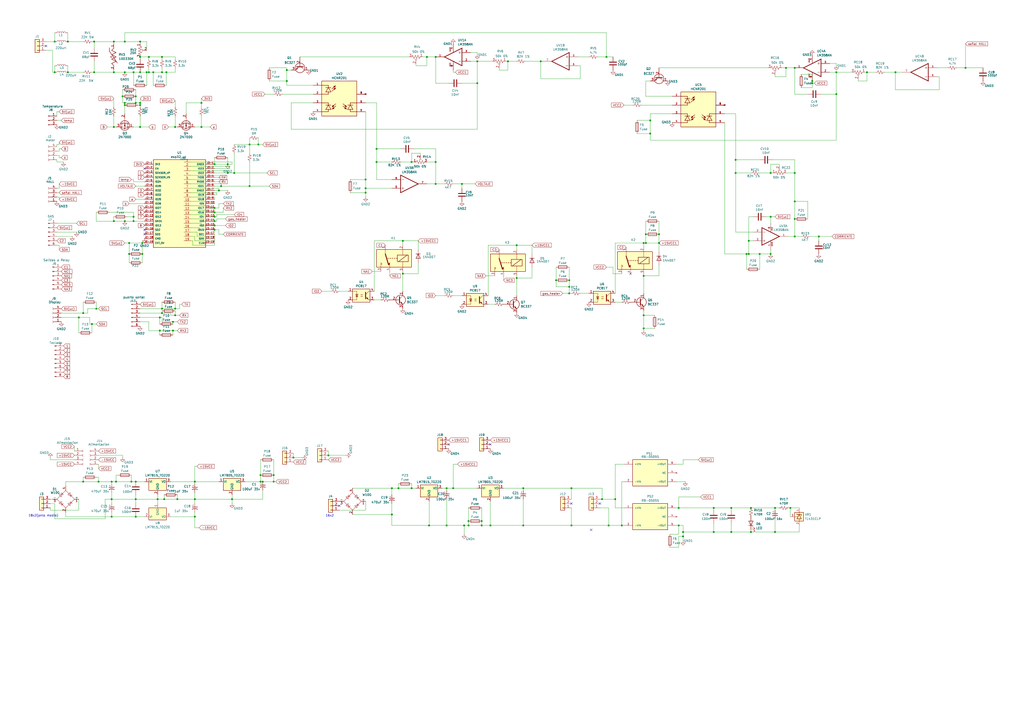
<source format=kicad_sch>
(kicad_sch (version 20231120) (generator "eeschema") (generator_version "8.0")
  (paper "A2")
  (junction (at 158.75 279.4))
  (junction (at 374.65 140.97))
  (junction (at 434.34 147.32))
  (junction (at 166.37 46.99))
  (junction (at 269.24 304.8))
  (junction (at 279.4 302.26))
  (junction (at 349.25 289.56))
  (junction (at 72.39 59.69))
  (junction (at 64.77 289.56))
  (junction (at 485.14 41.91))
  (junction (at 190.5 264.16))
  (junction (at 440.69 147.32))
  (junction (at 471.17 46.99))
  (junction (at 158.75 275.59))
  (junction (at 77.47 41.91))
  (junction (at 66.04 128.27))
  (junction (at 414.02 308.61))
  (junction (at 124.46 95.25))
  (junction (at 54.61 41.91))
  (junction (at 72.39 128.27))
  (junction (at 271.78 302.26))
  (junction (at 461.01 127))
  (junction (at 66.04 41.91))
  (junction (at 144.78 107.95))
  (junction (at 377.19 69.85))
  (junction (at 313.69 35.56))
  (junction (at 48.26 279.4))
  (junction (at 78.74 55.88))
  (junction (at 116.84 59.69))
  (junction (at 485.14 54.61))
  (junction (at 330.2 166.37))
  (junction (at 64.77 299.72))
  (junction (at 124.46 125.73))
  (junction (at 373.38 140.97))
  (junction (at 31.75 24.13))
  (junction (at 100.33 191.77))
  (junction (at 101.6 182.88))
  (junction (at 82.55 147.32))
  (junction (at 396.24 311.15))
  (junction (at 71.12 55.88))
  (junction (at 252.73 106.68))
  (junction (at 218.44 93.98))
  (junction (at 132.08 95.25))
  (junction (at 393.7 304.8))
  (junction (at 458.47 294.64))
  (junction (at 144.78 83.82))
  (junction (at 299.72 142.24))
  (junction (at 72.39 60.96))
  (junction (at 86.36 41.91))
  (junction (at 93.98 33.02))
  (junction (at 134.62 289.56))
  (junction (at 426.72 100.33))
  (junction (at 86.36 33.02))
  (junction (at 54.61 24.13))
  (junction (at 461.01 100.33))
  (junction (at 434.34 139.7))
  (junction (at 474.98 137.16))
  (junction (at 252.73 33.02))
  (junction (at 449.58 294.64))
  (junction (at 435.61 294.64))
  (junction (at 382.27 140.97))
  (junction (at 101.6 73.66))
  (junction (at 233.68 139.7))
  (junction (at 132.08 100.33))
  (junction (at 262.89 283.21))
  (junction (at 303.53 283.21))
  (junction (at 92.71 184.15))
  (junction (at 170.18 265.43))
  (junction (at 93.98 181.61))
  (junction (at 502.92 41.91))
  (junction (at 81.28 60.96))
  (junction (at 373.38 182.88))
  (junction (at 81.28 41.91))
  (junction (at 31.75 41.91))
  (junction (at 78.74 289.56))
  (junction (at 353.06 304.8))
  (junction (at 212.09 109.22))
  (junction (at 373.38 160.02))
  (junction (at 248.92 304.8))
  (junction (at 124.46 133.35))
  (junction (at 461.01 39.37))
  (junction (at 447.04 100.33))
  (junction (at 55.88 179.07))
  (junction (at 78.74 279.4))
  (junction (at 414.02 294.64))
  (junction (at 424.18 294.64))
  (junction (at 267.97 106.68))
  (junction (at 78.74 59.69))
  (junction (at 330.2 170.18))
  (junction (at 247.65 33.02))
  (junction (at 66.04 24.13))
  (junction (at 127 110.49))
  (junction (at 124.46 120.65))
  (junction (at 48.26 181.61))
  (junction (at 100.33 186.69))
  (junction (at 449.58 308.61))
  (junction (at 81.28 24.13))
  (junction (at 396.24 308.61))
  (junction (at 92.71 191.77))
  (junction (at 461.01 116.84))
  (junction (at 67.31 279.4))
  (junction (at 447.04 147.32))
  (junction (at 74.93 147.32))
  (junction (at 88.9 41.91))
  (junction (at 259.08 304.8))
  (junction (at 66.04 73.66))
  (junction (at 81.28 33.02))
  (junction (at 81.28 73.66))
  (junction (at 76.2 279.4))
  (junction (at 252.73 93.98))
  (junction (at 57.15 279.4))
  (junction (at 435.61 308.61))
  (junction (at 113.03 279.4))
  (junction (at 218.44 86.36))
  (junction (at 227.33 283.21))
  (junction (at 82.55 140.97))
  (junction (at 227.33 298.45))
  (junction (at 447.04 125.73))
  (junction (at 39.37 24.13))
  (junction (at 149.86 83.82))
  (junction (at 39.37 41.91))
  (junction (at 299.72 161.29))
  (junction (at 95.25 289.56))
  (junction (at 455.93 39.37))
  (junction (at 279.4 304.8))
  (junction (at 233.68 158.75))
  (junction (at 152.4 279.4))
  (junction (at 294.64 35.56))
  (junction (at 433.07 147.32))
  (junction (at 377.19 77.47))
  (junction (at 113.03 289.56))
  (junction (at 259.08 283.21))
  (junction (at 276.86 48.26))
  (junction (at 124.46 128.27))
  (junction (at 424.18 308.61))
  (junction (at 382.27 135.89))
  (junction (at 72.39 24.13))
  (junction (at 53.34 187.96))
  (junction (at 231.14 283.21))
  (junction (at 393.7 294.64))
  (junction (at 102.87 289.56))
  (junction (at 519.43 41.91))
  (junction (at 166.37 40.64))
  (junction (at 124.46 123.19))
  (junction (at 426.72 92.71))
  (junction (at 77.47 128.27))
  (junction (at 374.65 135.89))
  (junction (at 560.07 39.37))
  (junction (at 331.47 283.21))
  (junction (at 351.79 33.02))
  (junction (at 72.39 41.91))
  (junction (at 85.09 41.91))
  (junction (at 64.77 279.4))
  (junction (at 81.28 59.69))
  (junction (at 45.72 184.15))
  (junction (at 135.89 100.33))
  (junction (at 461.01 137.16))
  (junction (at 113.03 299.72))
  (junction (at 116.84 73.66))
  (junction (at 284.48 304.8))
  (junction (at 151.13 275.59))
  (junction (at 91.44 289.56))
  (junction (at 276.86 35.56))
  (junction (at 93.98 41.91))
  (junction (at 74.93 140.97))
  (junction (at 373.38 190.5))
  (junction (at 77.47 125.73))
  (junction (at 212.09 111.76))
  (junction (at 238.76 283.21))
  (junction (at 124.46 130.81))
  (junction (at 212.09 104.14))
  (junction (at 331.47 304.8))
  (junction (at 303.53 304.8))
  (junction (at 471.17 48.26))
  (junction (at 271.78 304.8))
  (junction (at 151.13 279.4))
  (junction (at 356.87 289.56))
  (junction (at 238.76 93.98))
  (junction (at 96.52 41.91))
  (junction (at 128.27 107.95))
  (junction (at 101.6 179.07))
  (junction (at 93.98 179.07))
  (junction (at 360.68 304.8))
  (junction (at 322.58 162.56))
  (junction (at 330.2 162.56))
  (junction (at 78.74 299.72))
  (no_connect (at 83.82 133.35))
  (no_connect (at 196.85 293.37))
  (no_connect (at 260.35 257.81))
  (no_connect (at 342.9 307.34))
  (no_connect (at 284.48 257.81))
  (no_connect (at 365.76 158.75))
  (no_connect (at 83.82 97.79))
  (no_connect (at 331.47 292.1))
  (no_connect (at 83.82 135.89))
  (no_connect (at 26.67 26.67))
  (no_connect (at 347.98 292.1))
  (wire (pts (xy 76.2 104.14) (xy 77.47 104.14)))
  (wire (pts (xy 406.4 288.29) (xy 393.7 288.29)))
  (wire (pts (xy 72.39 140.97) (xy 74.93 140.97)))
  (wire (pts (xy 396.24 304.8) (xy 393.7 304.8)))
  (wire (pts (xy 349.25 289.56) (xy 356.87 289.56)))
  (wire (pts (xy 110.49 121.92) (xy 120.65 121.92)))
  (wire (pts (xy 30.48 29.21) (xy 26.67 29.21)))
  (wire (pts (xy 78.74 59.69) (xy 72.39 59.69)))
  (wire (pts (xy 242.57 139.7) (xy 242.57 144.78)))
  (wire (pts (xy 135.89 83.82) (xy 144.78 83.82)))
  (wire (pts (xy 335.28 33.02) (xy 341.63 33.02)))
  (wire (pts (xy 134.62 287.02) (xy 134.62 289.56)))
  (wire (pts (xy 560.07 39.37) (xy 560.07 25.4)))
  (wire (pts (xy 62.23 73.66) (xy 66.04 73.66)))
  (wire (pts (xy 435.61 307.34) (xy 435.61 308.61)))
  (wire (pts (xy 455.93 100.33) (xy 461.01 100.33)))
  (wire (pts (xy 43.18 259.08) (xy 43.18 261.62)))
  (wire (pts (xy 464.82 50.8) (xy 471.17 50.8)))
  (wire (pts (xy 330.2 154.94) (xy 330.2 162.56)))
  (wire (pts (xy 247.65 33.02) (xy 252.73 33.02)))
  (wire (pts (xy 440.69 147.32) (xy 440.69 156.21)))
  (wire (pts (xy 252.73 86.36) (xy 252.73 93.98)))
  (wire (pts (xy 377.19 81.28) (xy 485.14 81.28)))
  (wire (pts (xy 34.29 106.68) (xy 34.29 109.22)))
  (wire (pts (xy 212.09 295.91) (xy 212.09 290.83)))
  (wire (pts (xy 66.04 73.66) (xy 67.31 73.66)))
  (wire (pts (xy 331.47 170.18) (xy 330.2 170.18)))
  (wire (pts (xy 262.89 41.91) (xy 262.89 40.64)))
  (wire (pts (xy 393.7 311.15) (xy 396.24 311.15)))
  (wire (pts (xy 472.44 48.26) (xy 471.17 48.26)))
  (wire (pts (xy 313.69 45.72) (xy 336.55 45.72)))
  (wire (pts (xy 116.84 62.23) (xy 116.84 59.69)))
  (wire (pts (xy 242.57 152.4) (xy 242.57 158.75)))
  (wire (pts (xy 264.16 41.91) (xy 262.89 41.91)))
  (wire (pts (xy 426.72 92.71) (xy 426.72 66.04)))
  (wire (pts (xy 330.2 170.18) (xy 326.39 170.18)))
  (wire (pts (xy 93.98 186.69) (xy 93.98 184.15)))
  (wire (pts (xy 481.33 36.83) (xy 485.14 36.83)))
  (wire (pts (xy 331.47 283.21) (xy 303.53 283.21)))
  (wire (pts (xy 369.57 69.85) (xy 377.19 69.85)))
  (wire (pts (xy 93.98 179.07) (xy 81.28 179.07)))
  (wire (pts (xy 226.06 160.02) (xy 226.06 157.48)))
  (wire (pts (xy 55.88 175.26) (xy 55.88 179.07)))
  (wire (pts (xy 53.34 187.96) (xy 52.07 187.96)))
  (wire (pts (xy 101.6 175.26) (xy 101.6 179.07)))
  (wire (pts (xy 124.46 125.73) (xy 125.73 125.73)))
  (wire (pts (xy 279.4 294.64) (xy 279.4 302.26)))
  (wire (pts (xy 476.25 54.61) (xy 485.14 54.61)))
  (wire (pts (xy 245.11 33.02) (xy 247.65 33.02)))
  (wire (pts (xy 238.76 283.21) (xy 241.3 283.21)))
  (wire (pts (xy 543.56 39.37) (xy 549.91 39.37)))
  (wire (pts (xy 71.12 264.16) (xy 57.15 264.16)))
  (wire (pts (xy 57.15 279.4) (xy 64.77 279.4)))
  (wire (pts (xy 39.37 38.1) (xy 39.37 41.91)))
  (wire (pts (xy 168.91 74.93) (xy 276.86 74.93)))
  (wire (pts (xy 355.6 154.94) (xy 355.6 158.75)))
  (wire (pts (xy 124.46 139.7) (xy 113.03 139.7)))
  (wire (pts (xy 382.27 39.37) (xy 445.77 39.37)))
  (wire (pts (xy 78.74 107.95) (xy 83.82 107.95)))
  (wire (pts (xy 77.47 41.91) (xy 77.47 49.53)))
  (wire (pts (xy 110.49 96.52) (xy 133.35 96.52)))
  (wire (pts (xy 444.5 125.73) (xy 447.04 125.73)))
  (wire (pts (xy 82.55 140.97) (xy 83.82 140.97)))
  (wire (pts (xy 34.29 115.57) (xy 34.29 114.3)))
  (wire (pts (xy 151.13 275.59) (xy 151.13 279.4)))
  (wire (pts (xy 252.73 106.68) (xy 257.81 106.68)))
  (wire (pts (xy 130.81 127) (xy 125.73 127)))
  (wire (pts (xy 420.37 71.12) (xy 420.37 147.32)))
  (wire (pts (xy 124.46 114.3) (xy 124.46 115.57)))
  (wire (pts (xy 523.24 41.91) (xy 519.43 41.91)))
  (wire (pts (xy 304.8 35.56) (xy 313.69 35.56)))
  (wire (pts (xy 502.92 41.91) (xy 502.92 46.99)))
  (wire (pts (xy 110.49 106.68) (xy 128.27 106.68)))
  (wire (pts (xy 458.47 294.64) (xy 463.55 294.64)))
  (wire (pts (xy 373.38 140.97) (xy 374.65 140.97)))
  (wire (pts (xy 99.06 279.4) (xy 113.03 279.4)))
  (wire (pts (xy 393.7 294.64) (xy 392.43 294.64)))
  (wire (pts (xy 242.57 158.75) (xy 233.68 158.75)))
  (wire (pts (xy 50.8 181.61) (xy 48.26 181.61)))
  (wire (pts (xy 373.38 182.88) (xy 373.38 180.34)))
  (wire (pts (xy 142.24 279.4) (xy 151.13 279.4)))
  (wire (pts (xy 289.56 40.64) (xy 294.64 40.64)))
  (wire (pts (xy 153.67 54.61) (xy 158.75 54.61)))
  (wire (pts (xy 113.03 137.16) (xy 113.03 139.7)))
  (wire (pts (xy 119.38 125.73) (xy 124.46 125.73)))
  (wire (pts (xy 110.49 139.7) (xy 111.76 139.7)))
  (wire (pts (xy 57.15 179.07) (xy 55.88 179.07)))
  (wire (pts (xy 34.29 109.22) (xy 33.02 109.22)))
  (wire (pts (xy 33.02 64.77) (xy 33.02 67.31)))
  (wire (pts (xy 78.74 289.56) (xy 91.44 289.56)))
  (wire (pts (xy 217.17 139.7) (xy 233.68 139.7)))
  (wire (pts (xy 100.33 191.77) (xy 100.33 194.31)))
  (wire (pts (xy 424.18 303.53) (xy 424.18 308.61)))
  (wire (pts (xy 233.68 157.48) (xy 233.68 158.75)))
  (wire (pts (xy 85.09 41.91) (xy 86.36 41.91)))
  (wire (pts (xy 519.43 52.07) (xy 544.83 52.07)))
  (wire (pts (xy 356.87 269.24) (xy 361.95 269.24)))
  (wire (pts (xy 393.7 288.29) (xy 393.7 294.64)))
  (wire (pts (xy 257.81 171.45) (xy 252.73 171.45)))
  (wire (pts (xy 259.08 289.56) (xy 259.08 304.8)))
  (wire (pts (xy 151.13 279.4) (xy 152.4 279.4)))
  (wire (pts (xy 72.39 59.69) (xy 72.39 60.96)))
  (wire (pts (xy 33.02 93.98) (xy 33.02 92.71)))
  (wire (pts (xy 196.85 168.91) (xy 201.93 168.91)))
  (wire (pts (xy 461.01 137.16) (xy 464.82 137.16)))
  (wire (pts (xy 447.04 95.25) (xy 447.04 100.33)))
  (wire (pts (xy 151.13 266.7) (xy 151.13 275.59)))
  (wire (pts (xy 93.98 33.02) (xy 101.6 33.02)))
  (wire (pts (xy 449.58 308.61) (xy 463.55 308.61)))
  (wire (pts (xy 283.21 176.53) (xy 287.02 176.53)))
  (wire (pts (xy 132.08 91.44) (xy 132.08 95.25)))
  (wire (pts (xy 26.67 24.13) (xy 31.75 24.13)))
  (wire (pts (xy 396.24 308.61) (xy 396.24 304.8)))
  (wire (pts (xy 382.27 135.89) (xy 382.27 140.97)))
  (wire (pts (xy 170.18 262.89) (xy 170.18 265.43)))
  (wire (pts (xy 414.02 303.53) (xy 414.02 308.61)))
  (wire (pts (xy 116.84 57.15) (xy 116.84 59.69)))
  (wire (pts (xy 96.52 49.53) (xy 96.52 41.91)))
  (wire (pts (xy 81.28 73.66) (xy 86.36 73.66)))
  (wire (pts (xy 55.88 187.96) (xy 53.34 187.96)))
  (wire (pts (xy 449.58 300.99) (xy 449.58 308.61)))
  (wire (pts (xy 74.93 147.32) (xy 74.93 140.97)))
  (wire (pts (xy 123.19 118.11) (xy 124.46 118.11)))
  (wire (pts (xy 81.28 181.61) (xy 93.98 181.61)))
  (wire (pts (xy 461.01 92.71) (xy 461.01 100.33)))
  (wire (pts (xy 48.26 279.4) (xy 57.15 279.4)))
  (wire (pts (xy 116.84 129.54) (xy 116.84 130.81)))
  (wire (pts (xy 124.46 135.89) (xy 124.46 137.16)))
  (wire (pts (xy 102.87 289.56) (xy 113.03 289.56)))
  (wire (pts (xy 34.29 86.36) (xy 34.29 87.63)))
  (wire (pts (xy 113.03 289.56) (xy 134.62 289.56)))
  (wire (pts (xy 93.98 181.61) (xy 99.06 181.61)))
  (wire (pts (xy 156.21 46.99) (xy 166.37 46.99)))
  (wire (pts (xy 374.65 46.99) (xy 374.65 55.88)))
  (wire (pts (xy 33.02 93.98) (xy 36.83 93.98)))
  (wire (pts (xy 50.8 179.07) (xy 50.8 181.61)))
  (wire (pts (xy 355.6 158.75) (xy 360.68 158.75)))
  (wire (pts (xy 86.36 33.02) (xy 86.36 34.29)))
  (wire (pts (xy 124.46 105.41) (xy 129.54 105.41)))
  (wire (pts (xy 45.72 184.15) (xy 45.72 193.04)))
  (wire (pts (xy 130.81 101.6) (xy 130.81 102.87)))
  (wire (pts (xy 110.49 132.08) (xy 115.57 132.08)))
  (wire (pts (xy 457.2 294.64) (xy 458.47 294.64)))
  (wire (pts (xy 101.6 58.42) (xy 101.6 62.23)))
  (wire (pts (xy 217.17 173.99) (xy 220.98 173.99)))
  (wire (pts (xy 132.08 100.33) (xy 135.89 100.33)))
  (wire (pts (xy 349.25 283.21) (xy 349.25 289.56)))
  (wire (pts (xy 152.4 83.82) (xy 149.86 83.82)))
  (wire (pts (xy 134.62 93.98) (xy 134.62 95.25)))
  (wire (pts (xy 356.87 175.26) (xy 360.68 175.26)))
  (wire (pts (xy 113.03 289.56) (xy 113.03 292.1)))
  (wire (pts (xy 93.98 41.91) (xy 96.52 41.91)))
  (wire (pts (xy 299.72 142.24) (xy 299.72 144.78)))
  (wire (pts (xy 447.04 125.73) (xy 447.04 129.54)))
  (wire (pts (xy 101.6 41.91) (xy 101.6 39.37)))
  (wire (pts (xy 113.03 297.18) (xy 113.03 299.72)))
  (wire (pts (xy 389.89 66.04) (xy 377.19 66.04)))
  (wire (pts (xy 361.95 60.96) (xy 367.03 60.96)))
  (wire (pts (xy 308.61 161.29) (xy 299.72 161.29)))
  (wire (pts (xy 124.46 123.19) (xy 129.54 123.19)))
  (wire (pts (xy 54.61 24.13) (xy 66.04 24.13)))
  (wire (pts (xy 424.18 308.61) (xy 435.61 308.61)))
  (wire (pts (xy 474.98 137.16) (xy 474.98 139.7)))
  (wire (pts (xy 54.61 35.56) (xy 54.61 41.91)))
  (wire (pts (xy 303.53 304.8) (xy 284.48 304.8)))
  (wire (pts (xy 38.1 297.18) (xy 38.1 299.72)))
  (wire (pts (xy 276.86 74.93) (xy 276.86 48.26)))
  (wire (pts (xy 447.04 100.33) (xy 448.31 100.33)))
  (wire (pts (xy 374.65 140.97) (xy 382.27 140.97)))
  (wire (pts (xy 124.46 137.16) (xy 114.3 137.16)))
  (wire (pts (xy 279.4 302.26) (xy 279.4 304.8)))
  (wire (pts (xy 29.21 294.64) (xy 29.21 295.91)))
  (wire (pts (xy 64.77 297.18) (xy 64.77 299.72)))
  (wire (pts (xy 92.71 187.96) (xy 92.71 184.15)))
  (wire (pts (xy 346.71 33.02) (xy 351.79 33.02)))
  (wire (pts (xy 303.53 284.48) (xy 303.53 283.21)))
  (wire (pts (xy 373.38 158.75) (xy 373.38 160.02)))
  (wire (pts (xy 331.47 304.8) (xy 353.06 304.8)))
  (wire (pts (xy 519.43 41.91) (xy 519.43 52.07)))
  (wire (pts (xy 281.94 160.02) (xy 287.02 160.02)))
  (wire (pts (xy 67.31 279.4) (xy 76.2 279.4)))
  (wire (pts (xy 308.61 142.24) (xy 308.61 147.32)))
  (wire (pts (xy 71.12 59.69) (xy 72.39 59.69)))
  (wire (pts (xy 373.38 190.5) (xy 373.38 182.88)))
  (wire (pts (xy 481.33 41.91) (xy 485.14 41.91)))
  (wire (pts (xy 471.17 50.8) (xy 471.17 48.26)))
  (wire (pts (xy 114.3 270.51) (xy 113.03 270.51)))
  (wire (pts (xy 461.01 100.33) (xy 461.01 116.84)))
  (wire (pts (xy 66.04 41.91) (xy 66.04 40.64)))
  (wire (pts (xy 34.29 142.24) (xy 33.02 142.24)))
  (wire (pts (xy 30.48 41.91) (xy 31.75 41.91)))
  (wire (pts (xy 447.04 144.78) (xy 447.04 147.32)))
  (wire (pts (xy 125.73 111.76) (xy 125.73 113.03)))
  (wire (pts (xy 322.58 154.94) (xy 322.58 162.56)))
  (wire (pts (xy 85.09 24.13) (xy 85.09 29.21)))
  (wire (pts (xy 134.62 292.1) (xy 134.62 289.56)))
  (wire (pts (xy 330.2 162.56) (xy 330.2 166.37)))
  (wire (pts (xy 124.46 138.43) (xy 124.46 139.7)))
  (wire (pts (xy 31.75 300.99) (xy 31.75 292.1)))
  (wire (pts (xy 382.27 140.97) (xy 382.27 146.05)))
  (wire (pts (xy 81.28 59.69) (xy 78.74 59.69)))
  (wire (pts (xy 86.36 33.02) (xy 93.98 33.02)))
  (wire (pts (xy 144.78 88.9) (xy 144.78 83.82)))
  (wire (pts (xy 72.39 19.05) (xy 351.79 19.05)))
  (wire (pts (xy 96.52 41.91) (xy 101.6 41.91)))
  (wire (pts (xy 118.11 128.27) (xy 124.46 128.27)))
  (wire (pts (xy 248.92 304.8) (xy 259.08 304.8)))
  (wire (pts (xy 166.37 40.64) (xy 166.37 46.99)))
  (wire (pts (xy 196.85 295.91) (xy 212.09 295.91)))
  (wire (pts (xy 29.21 266.7) (xy 43.18 266.7)))
  (wire (pts (xy 72.39 128.27) (xy 77.47 128.27)))
  (wire (pts (xy 92.71 191.77) (xy 86.36 191.77)))
  (wire (pts (xy 336.55 45.72) (xy 336.55 38.1)))
  (wire (pts (xy 95.25 289.56) (xy 102.87 289.56)))
  (wire (pts (xy 86.36 39.37) (xy 86.36 41.91)))
  (wire (pts (xy 101.6 73.66) (xy 102.87 73.66)))
  (wire (pts (xy 124.46 128.27) (xy 125.73 128.27)))
  (wire (pts (xy 262.89 106.68) (xy 267.97 106.68)))
  (wire (pts (xy 34.29 114.3) (xy 33.02 114.3)))
  (wire (pts (xy 200.66 264.16) (xy 190.5 264.16)))
  (wire (pts (xy 66.04 128.27) (xy 72.39 128.27)))
  (wire (pts (xy 81.28 62.23) (xy 81.28 60.96)))
  (wire (pts (xy 308.61 154.94) (xy 308.61 161.29)))
  (wire (pts (xy 313.69 35.56) (xy 313.69 45.72)))
  (wire (pts (xy 64.77 279.4) (xy 67.31 279.4)))
  (wire (pts (xy 102.87 191.77) (xy 100.33 191.77)))
  (wire (pts (xy 110.49 137.16) (xy 113.03 137.16)))
  (wire (pts (xy 29.21 265.43) (xy 29.21 266.7)))
  (wire (pts (xy 284.48 304.8) (xy 284.48 290.83)))
  (wire (pts (xy 29.21 289.56) (xy 30.48 289.56)))
  (wire (pts (xy 149.86 83.82) (xy 144.78 83.82)))
  (wire (pts (xy 144.78 80.01) (xy 144.78 83.82)))
  (wire (pts (xy 299.72 160.02) (xy 299.72 161.29)))
  (wire (pts (xy 204.47 283.21) (xy 227.33 283.21)))
  (wire (pts (xy 34.29 90.17) (xy 33.02 90.17)))
  (wire (pts (xy 86.36 186.69) (xy 81.28 186.69)))
  (wire (pts (xy 34.29 144.78) (xy 34.29 142.24)))
  (wire (pts (xy 356.87 140.97) (xy 373.38 140.97)))
  (wire (pts (xy 448.31 92.71) (xy 461.01 92.71)))
  (wire (pts (xy 34.29 87.63) (xy 33.02 87.63)))
  (wire (pts (xy 449.58 294.64) (xy 452.12 294.64)))
  (wire (pts (xy 91.44 289.56) (xy 91.44 292.1)))
  (wire (pts (xy 86.36 41.91) (xy 88.9 41.91)))
  (wire (pts (xy 152.4 284.48) (xy 152.4 289.56)))
  (wire (pts (xy 426.72 92.71) (xy 426.72 100.33)))
  (wire (pts (xy 449.58 125.73) (xy 447.04 125.73)))
  (wire (pts (xy 64.77 289.56) (xy 64.77 292.1)))
  (wire (pts (xy 120.65 123.19) (xy 124.46 123.19)))
  (wire (pts (xy 212.09 109.22) (xy 212.09 111.76)))
  (wire (pts (xy 120.65 121.92) (xy 120.65 123.19)))
  (wire (pts (xy 73.66 125.73) (xy 77.47 125.73)))
  (wire (pts (xy 374.65 135.89) (xy 374.65 140.97)))
  (wire (pts (xy 100.33 186.69) (xy 93.98 186.69)))
  (wire (pts (xy 554.99 39.37) (xy 560.07 39.37)))
  (wire (pts (xy 293.37 35.56) (xy 294.64 35.56)))
  (wire (pts (xy 212.09 109.22) (xy 227.33 109.22)))
  (wire (pts (xy 31.75 38.1) (xy 31.75 41.91)))
  (wire (pts (xy 113.03 270.51) (xy 113.03 279.4)))
  (wire (pts (xy 468.63 54.61) (xy 461.01 54.61)))
  (wire (pts (xy 166.37 49.53) (xy 181.61 49.53)))
  (wire (pts (xy 105.41 176.53) (xy 104.14 176.53)))
  (wire (pts (xy 485.14 41.91) (xy 494.03 41.91)))
  (wire (pts (xy 396.24 308.61) (xy 414.02 308.61)))
  (wire (pts (xy 259.08 304.8) (xy 269.24 304.8)))
  (wire (pts (xy 55.88 123.19) (xy 55.88 128.27)))
  (wire (pts (xy 115.57 132.08) (xy 115.57 133.35)))
  (wire (pts (xy 66.04 57.15) (xy 66.04 62.23)))
  (wire (pts (xy 447.04 147.32) (xy 440.69 147.32)))
  (wire (pts (xy 455.93 39.37) (xy 461.01 39.37)))
  (wire (pts (xy 110.49 109.22) (xy 127 109.22)))
  (wire (pts (xy 377.19 77.47) (xy 377.19 81.28)))
  (wire (pts (xy 158.75 279.4) (xy 160.02 279.4)))
  (wire (pts (xy 181.61 59.69) (xy 168.91 59.69)))
  (wire (pts (xy 227.33 292.1) (xy 227.33 298.45)))
  (wire (pts (xy 64.77 299.72) (xy 78.74 299.72)))
  (wire (pts (xy 212.09 111.76) (xy 212.09 114.3)))
  (wire (pts (xy 330.2 166.37) (xy 330.2 170.18)))
  (wire (pts (xy 116.84 73.66) (xy 113.03 73.66)))
  (wire (pts (xy 64.77 285.75) (xy 64.77 289.56)))
  (wire (pts (xy 485.14 36.83) (xy 485.14 38.1)))
  (wire (pts (xy 440.69 100.33) (xy 447.04 100.33)))
  (wire (pts (xy 426.72 100.33) (xy 435.61 100.33)))
  (wire (pts (xy 269.24 309.88) (xy 269.24 304.8)))
  (wire (pts (xy 119.38 124.46) (xy 119.38 125.73)))
  (wire (pts (xy 52.07 187.96) (xy 52.07 184.15)))
  (wire (pts (xy 168.91 40.64) (xy 166.37 40.64)))
  (wire (pts (xy 267.97 106.68) (xy 267.97 109.22)))
  (wire (pts (xy 97.79 73.66) (xy 101.6 73.66)))
  (wire (pts (xy 82.55 147.32) (xy 82.55 152.4)))
  (wire (pts (xy 118.11 127) (xy 118.11 128.27)))
  (wire (pts (xy 111.76 139.7) (xy 111.76 142.24)))
  (wire (pts (xy 124.46 95.25) (xy 132.08 95.25)))
  (wire (pts (xy 34.29 86.36) (xy 35.56 86.36)))
  (wire (pts (xy 71.12 52.07) (xy 71.12 55.88)))
  (wire (pts (xy 132.08 100.33) (xy 124.46 100.33)))
  (wire (pts (xy 231.14 280.67) (xy 231.14 283.21)))
  (wire (pts (xy 92.71 191.77) (xy 92.71 194.31)))
  (wire (pts (xy 110.49 93.98) (xy 134.62 93.98)))
  (wire (pts (xy 57.15 271.78) (xy 57.15 269.24)))
  (wire (pts (xy 455.93 44.45) (xy 455.93 39.37)))
  (wire (pts (xy 38.1 299.72) (xy 64.77 299.72)))
  (wire (pts (xy 110.49 99.06) (xy 132.08 99.06)))
  (wire (pts (xy 67.31 275.59) (xy 67.31 279.4)))
  (wire (pts (xy 38.1 281.94) (xy 38.1 279.4)))
  (wire (pts (xy 373.38 182.88) (xy 379.73 182.88)))
  (wire (pts (xy 124.46 102.87) (xy 130.81 102.87)))
  (wire (pts (xy 218.44 86.36) (xy 232.41 86.36)))
  (wire (pts (xy 29.21 295.91) (xy 45.72 295.91)))
  (wire (pts (xy 116.84 130.81) (xy 124.46 130.81)))
  (wire (pts (xy 463.55 308.61) (xy 463.55 304.8)))
  (wire (pts (xy 271.78 304.8) (xy 279.4 304.8)))
  (wire (pts (xy 469.9 137.16) (xy 474.98 137.16)))
  (wire (pts (xy 127 110.49) (xy 124.46 110.49)))
  (wire (pts (xy 461.01 116.84) (xy 461.01 127)))
  (wire (pts (xy 356.87 289.56) (xy 356.87 294.64)))
  (wire (pts (xy 382.27 128.27) (xy 382.27 135.89)))
  (wire (pts (xy 276.86 35.56) (xy 285.75 35.56)))
  (wire (pts (xy 135.89 88.9) (xy 135.89 100.33)))
  (wire (pts (xy 271.78 294.64) (xy 271.78 302.26)))
  (wire (pts (xy 33.02 129.54) (xy 44.45 129.54)))
  (wire (pts (xy 273.05 30.48) (xy 276.86 30.48)))
  (wire (pts (xy 303.53 283.21) (xy 292.1 283.21)))
  (wire (pts (xy 88.9 41.91) (xy 93.98 41.91)))
  (wire (pts (xy 101.6 180.34) (xy 101.6 182.88)))
  (wire (pts (xy 449.58 43.18) (xy 449.58 44.45)))
  (wire (pts (xy 125.73 124.46) (xy 125.73 125.73)))
  (wire (pts (xy 91.44 287.02) (xy 91.44 289.56)))
  (wire (pts (xy 388.62 317.5) (xy 393.7 317.5)))
  (wire (pts (xy 78.74 115.57) (xy 83.82 115.57)))
  (wire (pts (xy 299.72 142.24) (xy 308.61 142.24)))
  (wire (pts (xy 232.41 93.98) (xy 238.76 93.98)))
  (wire (pts (xy 267.97 106.68) (xy 275.59 106.68)))
  (wire (pts (xy 247.65 93.98) (xy 252.73 93.98)))
  (wire (pts (xy 252.73 93.98) (xy 252.73 106.68)))
  (wire (pts (xy 125.73 113.03) (xy 124.46 113.03)))
  (wire (pts (xy 31.75 300.99) (xy 60.96 300.99)))
  (wire (pts (xy 218.44 59.69) (xy 212.09 59.69)))
  (wire (pts (xy 170.18 265.43) (xy 175.26 265.43)))
  (wire (pts (xy 158.75 275.59) (xy 158.75 279.4)))
  (wire (pts (xy 262.89 269.24) (xy 262.89 283.21)))
  (wire (pts (xy 452.12 96.52) (xy 452.12 95.25)))
  (wire (pts (xy 81.28 33.02) (xy 81.28 34.29)))
  (wire (pts (xy 127 110.49) (xy 132.08 110.49)))
  (wire (pts (xy 217.17 168.91) (xy 217.17 139.7)))
  (wire (pts (xy 113.03 306.07) (xy 113.03 299.72)))
  (wire (pts (xy 374.65 55.88) (xy 389.89 55.88)))
  (wire (pts (xy 243.84 88.9) (xy 238.76 88.9)))
  (wire (pts (xy 414.02 308.61) (xy 424.18 308.61)))
  (wire (pts (xy 110.49 119.38) (xy 121.92 119.38)))
  (wire (pts (xy 93.98 33.02) (xy 93.98 34.29)))
  (wire (pts (xy 374.65 128.27) (xy 374.65 135.89)))
  (wire (pts (xy 241.3 36.83) (xy 241.3 38.1)))
  (wire (pts (xy 66.04 67.31) (xy 66.04 73.66)))
  (wire (pts (xy 133.35 97.79) (xy 124.46 97.79)))
  (wire (pts (xy 283.21 171.45) (xy 283.21 142.24)))
  (wire (pts (xy 218.44 104.14) (xy 227.33 104.14)))
  (wire (pts (xy 129.54 123.19) (xy 129.54 120.65)))
  (wire (pts (xy 33.02 83.82) (xy 33.02 85.09)))
  (wire (pts (xy 393.7 317.5) (xy 393.7 311.15)))
  (wire (pts (xy 468.63 127) (xy 468.63 116.84)))
  (wire (pts (xy 377.19 69.85) (xy 377.19 77.47)))
  (wire (pts (xy 474.98 137.16) (xy 482.6 137.16)))
  (wire (pts (xy 356.87 170.18) (xy 356.87 140.97)))
  (wire (pts (xy 78.74 289.56) (xy 78.74 292.1)))
  (wire (pts (xy 227.33 283.21) (xy 227.33 287.02)))
  (wire (pts (xy 265.43 269.24) (xy 262.89 269.24)))
  (wire (pts (xy 435.61 294.64) (xy 449.58 294.64)))
  (wire (pts (xy 125.73 128.27) (xy 125.73 127)))
  (wire (pts (xy 116.84 73.66) (xy 121.92 73.66)))
  (wire (pts (xy 52.07 184.15) (xy 45.72 184.15)))
  (wire (pts (xy 331.47 283.21) (xy 349.25 283.21)))
  (wire (pts (xy 53.34 24.13) (xy 54.61 24.13)))
  (wire (pts (xy 71.12 55.88) (xy 71.12 59.69)))
  (wire (pts (xy 78.74 287.02) (xy 78.74 289.56)))
  (wire (pts (xy 218.44 86.36) (xy 218.44 93.98)))
  (wire (pts (xy 173.99 33.02) (xy 237.49 33.02)))
  (wire (pts (xy 78.74 52.07) (xy 78.74 55.88)))
  (wire (pts (xy 100.33 186.69) (xy 100.33 187.96)))
  (wire (pts (xy 331.47 289.56) (xy 331.47 283.21)))
  (wire (pts (xy 259.08 284.48) (xy 259.08 283.21)))
  (wire (pts (xy 168.91 59.69) (xy 168.91 74.93)))
  (wire (pts (xy 81.28 67.31) (xy 81.28 73.66)))
  (wire (pts (xy 471.17 46.99) (xy 471.17 48.26)))
  (wire (pts (xy 166.37 39.37) (xy 166.37 40.64)))
  (wire (pts (xy 353.06 304.8) (xy 360.68 304.8)))
  (wire (pts (xy 397.51 279.4) (xy 392.43 279.4)))
  (wire (pts (xy 426.72 100.33) (xy 426.72 134.62)))
  (wire (pts (xy 72.39 41.91) (xy 77.47 41.91)))
  (wire (pts (xy 110.49 104.14) (xy 129.54 104.14)))
  (wire (pts (xy 64.77 279.4) (xy 64.77 280.67)))
  (wire (pts (xy 92.71 184.15) (xy 93.98 184.15)))
  (wire (pts (xy 127 135.89) (xy 127 133.35)))
  (wire (pts (xy 101.6 33.02) (xy 101.6 34.29)))
  (wire (pts (xy 501.65 41.91) (xy 502.92 41.91)))
  (wire (pts (xy 128.27 107.95) (xy 144.78 107.95)))
  (wire (pts (xy 93.98 39.37) (xy 93.98 41.91)))
  (wire (pts (xy 262.89 283.21) (xy 259.08 283.21)))
  (wire (pts (xy 53.34 187.96) (xy 53.34 193.04)))
  (wire (pts (xy 497.84 45.72) (xy 497.84 46.99)))
  (wire (pts (xy 101.6 67.31) (xy 101.6 73.66)))
  (wire (pts (xy 271.78 302.26) (xy 271.78 304.8)))
  (wire (pts (xy 351.79 33.02) (xy 351.79 19.05)))
  (wire (pts (xy 35.56 69.85) (xy 33.02 69.85)))
  (wire (pts (xy 110.49 134.62) (xy 114.3 134.62)))
  (wire (pts (xy 238.76 88.9) (xy 238.76 93.98)))
  (wire (pts (xy 121.92 120.65) (xy 124.46 120.65)))
  (wire (pts (xy 101.6 179.07) (xy 93.98 179.07)))
  (wire (pts (xy 393.7 294.64) (xy 414.02 294.64)))
  (wire (pts (xy 497.84 46.99) (xy 502.92 46.99)))
  (wire (pts (xy 34.29 83.82) (xy 33.02 83.82)))
  (wire (pts (xy 212.09 64.77) (xy 212.09 104.14)))
  (wire (pts (xy 513.08 41.91) (xy 519.43 41.91)))
  (wire (pts (xy 238.76 93.98) (xy 240.03 93.98)))
  (wire (pts (xy 135.89 124.46) (xy 125.73 124.46)))
  (wire (pts (xy 110.49 114.3) (xy 124.46 114.3)))
  (wire (pts (xy 163.83 54.61) (xy 181.61 54.61)))
  (wire (pts (xy 204.47 298.45) (xy 227.33 298.45)))
  (wire (pts (xy 426.72 92.71) (xy 440.69 92.71)))
  (wire (pts (xy 377.19 66.04) (xy 377.19 69.85)))
  (wire (pts (xy 78.74 299.72) (xy 83.82 299.72)))
  (wire (pts (xy 85.09 41.91) (xy 85.09 49.53)))
  (wire (pts (xy 424.18 294.64) (xy 435.61 294.64)))
  (wire (pts (xy 269.24 304.8) (xy 271.78 304.8)))
  (wire (pts (xy 336.55 38.1) (xy 335.28 38.1)))
  (wire (pts (xy 129.54 118.11) (xy 127 118.11)))
  (wire (pts (xy 77.47 104.14) (xy 77.47 105.41)))
  (wire (pts (xy 212.09 104.14) (xy 212.09 109.22)))
  (wire (pts (xy 127 118.11) (xy 127 120.65)))
  (wire (pts (xy 283.21 142.24) (xy 299.72 142.24)))
  (wire (pts (xy 63.5 123.19) (xy 77.47 123.19)))
  (wire (pts (xy 218.44 104.14) (xy 218.44 93.98)))
  (wire (pts (xy 414.02 294.64) (xy 424.18 294.64)))
  (wire (pts (xy 485.14 81.28) (xy 485.14 54.61)))
  (wire (pts (xy 347.98 294.64) (xy 353.06 294.64)))
  (wire (pts (xy 262.89 171.45) (xy 267.97 171.45)))
  (wire (pts (xy 361.95 294.64) (xy 356.87 294.64)))
  (wire (pts (xy 218.44 93.98) (xy 227.33 93.98)))
  (wire (pts (xy 72.39 24.13) (xy 81.28 24.13)))
  (wire (pts (xy 78.74 55.88) (xy 78.74 59.69)))
  (wire (pts (xy 436.88 125.73) (xy 434.34 125.73)))
  (wire (pts (xy 449.58 308.61) (xy 435.61 308.61)))
  (wire (pts (xy 110.49 101.6) (xy 130.81 101.6)))
  (wire (pts (xy 114.3 134.62) (xy 114.3 137.16)))
  (wire (pts (xy 152.4 279.4) (xy 158.75 279.4)))
  (wire (pts (xy 81.28 24.13) (xy 85.09 24.13)))
  (wire (pts (xy 433.07 147.32) (xy 434.34 147.32)))
  (wire (pts (xy 77.47 125.73) (xy 77.47 128.27)))
  (wire (pts (xy 373.38 190.5) (xy 379.73 190.5)))
  (wire (pts (xy 452.12 95.25) (xy 447.04 95.25)))
  (wire (pts (xy 240.03 86.36) (xy 252.73 86.36)))
  (wire (pts (xy 190.5 261.62) (xy 190.5 264.16)))
  (wire (pts (xy 77.47 41.91) (xy 81.28 41.91)))
  (wire (pts (xy 93.98 175.26) (xy 93.98 179.07)))
  (wire (pts (xy 107.95 59.69) (xy 107.95 66.04)))
  (wire (pts (xy 158.75 266.7) (xy 158.75 275.59)))
  (wire (pts (xy 77.47 128.27) (xy 83.82 128.27)))
  (wire (pts (xy 30.48 41.91) (xy 30.48 29.21)))
  (wire (pts (xy 203.2 104.14) (xy 212.09 104.14)))
  (wire (pts (xy 449.58 295.91) (xy 449.58 294.64)))
  (wire (pts (xy 38.1 279.4) (xy 48.26 279.4)))
  (wire (pts (xy 113.03 279.4) (xy 127 279.4)))
  (wire (pts (xy 124.46 133.35) (xy 127 133.35)))
  (wire (pts (xy 203.2 111.76) (xy 212.09 111.76)))
  (wire (pts (xy 353.06 294.64) (xy 353.06 304.8)))
  (wire (pts (xy 373.38 140.97) (xy 373.38 143.51)))
  (wire (pts (xy 227.33 304.8) (xy 227.33 298.45)))
  (wire (pts (xy 81.28 60.96) (xy 81.28 59.69)))
  (wire (pts (xy 461.01 54.61) (xy 461.01 39.37)))
  (wire (pts (xy 322.58 162.56) (xy 322.58 166.37)))
  (wire (pts (xy 124.46 140.97) (xy 124.46 142.24)))
  (wire (pts (xy 54.61 41.91) (xy 66.04 41.91)))
  (wire (pts (xy 82.55 140.97) (xy 82.55 147.32)))
  (wire (pts (xy 356.87 269.24) (xy 356.87 289.56)))
  (wire (pts (xy 104.14 179.07) (xy 101.6 179.07)))
  (wire (pts (xy 127 109.22) (xy 127 110.49)))
  (wire (pts (xy 44.45 134.62) (xy 33.02 134.62)))
  (wire (pts (xy 373.38 160.02) (xy 373.38 170.18)))
  (wire (pts (xy 485.14 54.61) (xy 485.14 41.91)))
  (wire (pts (xy 377.19 46.99) (xy 374.65 46.99)))
  (wire (pts (xy 39.37 41.91) (xy 48.26 41.91)))
  (wire (pts (xy 502.92 41.91) (xy 508 41.91)))
  (wire (pts (xy 292.1 162.56) (xy 292.1 160.02)))
  (wire (pts (xy 57.15 276.86) (xy 57.15 279.4)))
  (wire (pts (xy 276.86 48.26) (xy 276.86 35.56)))
  (wire (pts (xy 124.46 120.65) (xy 127 120.65)))
  (wire (pts (xy 48.26 181.61) (xy 35.56 181.61)))
  (wire (pts (xy 110.49 116.84) (xy 123.19 116.84)))
  (wire (pts (xy 129.54 135.89) (xy 127 135.89)))
  (wire (pts (xy 102.87 186.69) (xy 100.33 186.69)))
  (wire (pts (xy 104.14 176.53) (xy 104.14 179.07)))
  (wire (pts (xy 393.7 309.88) (xy 393.7 304.8)))
  (wire (pts (xy 110.49 124.46) (xy 119.38 124.46)))
  (wire (pts (xy 55.88 128.27) (xy 66.04 128.27)))
  (wire (pts (xy 116.84 67.31) (xy 116.84 73.66)))
  (wire (pts (xy 471.17 43.18) (xy 471.17 46.99)))
  (wire (pts (xy 440.69 147.32) (xy 434.34 147.32)))
  (wire (pts (xy 81.28 33.02) (xy 86.36 33.02)))
  (wire (pts (xy 238.76 280.67) (xy 238.76 283.21)))
  (wire (pts (xy 66.04 24.13) (xy 66.04 25.4)))
  (wire (pts (xy 347.98 289.56) (xy 349.25 289.56)))
  (wire (pts (xy 64.77 289.56) (xy 78.74 289.56)))
  (wire (pts (xy 218.44 86.36) (xy 218.44 59.69)))
  (wire (pts (xy 76.2 279.4) (xy 78.74 279.4)))
  (wire (pts (xy 360.68 279.4) (xy 360.68 304.8)))
  (wire (pts (xy 396.24 311.15) (xy 396.24 308.61)))
  (wire (pts (xy 81.28 57.15) (xy 81.28 59.69)))
  (wire (pts (xy 66.04 24.13) (xy 72.39 24.13)))
  (wire (pts (xy 115.57 306.07) (xy 113.03 306.07)))
  (wire (pts (xy 276.86 30.48) (xy 276.86 31.75)))
  (wire (pts (xy 66.04 41.91) (xy 72.39 41.91)))
  (wire (pts (xy 436.88 134.62) (xy 426.72 134.62)))
  (wire (pts (xy 457.2 137.16) (xy 461.01 137.16)))
  (wire (pts (xy 81.28 184.15) (xy 92.71 184.15)))
  (wire (pts (xy 45.72 184.15) (xy 35.56 184.15)))
  (wire (pts (xy 34.29 91.44) (xy 35.56 91.44)))
  (wire (pts (xy 279.4 304.8) (xy 284.48 304.8)))
  (wire (pts (xy 294.64 35.56) (xy 294.64 40.64)))
  (wire (pts (xy 48.26 175.26) (xy 48.26 181.61)))
  (wire (pts (xy 74.93 118.11) (xy 83.82 118.11)))
  (wire (pts (xy 449.58 44.45) (xy 455.93 44.45)))
  (wire (pts (xy 156.21 39.37) (xy 166.37 39.37)))
  (wire (pts (xy 33.02 137.16) (xy 41.91 137.16)))
  (wire (pts (xy 289.56 39.37) (xy 289.56 40.64)))
  (wire (pts (xy 76.2 275.59) (xy 76.2 279.4)))
  (wire (pts (xy 74.93 147.32) (xy 74.93 152.4)))
  (wire (pts (xy 233.68 139.7) (xy 242.57 139.7)))
  (wire (pts (xy 314.96 35.56) (xy 313.69 35.56)))
  (wire (pts (xy 393.7 304.8) (xy 392.43 304.8)))
  (wire (pts (xy 95.25 287.02) (xy 95.25 289.56)))
  (wire (pts (xy 116.84 59.69) (xy 107.95 59.69)))
  (wire (pts (xy 99.06 182.88) (xy 99.06 181.61)))
  (wire (pts (xy 227.33 283.21) (xy 231.14 283.21)))
  (wire (pts (xy 191.77 168.91) (xy 186.69 168.91)))
  (wire (pts (xy 361.95 279.4) (xy 360.68 279.4)))
  (wire (pts (xy 34.29 64.77) (xy 33.02 64.77)))
  (wire (pts (xy 369.57 77.47) (xy 377.19 77.47)))
  (wire (pts (xy 227.33 304.8) (xy 248.92 304.8)))
  (wire (pts (xy 434.34 139.7) (xy 434.34 147.32)))
  (wire (pts (xy 396.24 269.24) (xy 392.43 269.24)))
  (wire (pts (xy 132.08 99.06) (xy 132.08 100.33)))
  (wire (pts (xy 124.46 130.81) (xy 130.81 130.81)))
  (wire (pts (xy 66.04 125.73) (xy 66.04 128.27)))
  (wire (pts (xy 71.12 265.43) (xy 71.12 264.16)))
  (wire (pts (xy 426.72 66.04) (xy 420.37 66.04)))
  (wire (pts (xy 34.29 111.76) (xy 33.02 111.76)))
  (wire (pts (xy 31.75 292.1) (xy 29.21 292.1)))
  (wire (pts (xy 100.33 191.77) (xy 92.71 191.77)))
  (wire (pts (xy 48.26 276.86) (xy 48.26 279.4)))
  (wire (pts (xy 74.93 140.97) (xy 82.55 140.97)))
  (wire (pts (xy 124.46 91.44) (xy 124.46 95.25)))
  (wire (pts (xy 252.73 106.68) (xy 247.65 106.68)))
  (wire (pts (xy 294.64 35.56) (xy 299.72 35.56)))
  (wire (pts (xy 166.37 46.99) (xy 166.37 49.53)))
  (wire (pts (xy 110.49 127) (xy 118.11 127)))
  (wire (pts (xy 31.75 19.05) (xy 31.75 24.13)))
  (wire (pts (xy 39.37 19.05) (xy 39.37 24.13)))
  (wire (pts (xy 336.55 170.18) (xy 341.63 170.18)))
  (wire (pts (xy 262.89 283.21) (xy 276.86 283.21)))
  (wire (pts (xy 233.68 139.7) (xy 233.68 142.24)))
  (wire (pts (xy 81.28 73.66) (xy 77.47 73.66)))
  (wire (pts (xy 156.21 107.95) (xy 144.78 107.95)))
  (wire (pts (xy 382.27 160.02) (xy 373.38 160.02)))
  (wire (pts (xy 434.34 139.7) (xy 436.88 139.7)))
  (wire (pts (xy 113.03 299.72) (xy 99.06 299.72)))
  (wire (pts (xy 372.11 60.96) (xy 389.89 60.96)))
  (wire (pts (xy 128.27 107.95) (xy 124.46 107.95)))
  (wire (pts (xy 247.65 38.1) (xy 247.65 33.02)))
  (wire (pts (xy 81.28 41.91) (xy 85.09 41.91)))
  (wire (pts (xy 388.62 309.88) (xy 393.7 309.88)))
  (wire (pts (xy 54.61 41.91) (xy 53.34 41.91)))
  (wire (pts (xy 81.28 24.13) (xy 81.28 25.4)))
  (wire (pts (xy 215.9 157.48) (xy 220.98 157.48)))
  (wire (pts (xy 360.68 304.8) (xy 361.95 304.8)))
  (wire (pts (xy 331.47 294.64) (xy 331.47 304.8)))
  (wire (pts (xy 252.73 48.26) (xy 252.73 33.02)))
  (wire (pts (xy 80.01 60.96) (xy 81.28 60.96)))
  (wire (pts (xy 424.18 295.91) (xy 424.18 294.64)))
  (wire (pts (xy 260.35 48.26) (xy 252.73 48.26)))
  (wire (pts (xy 233.68 158.75) (xy 233.68 168.91)))
  (wire (pts (xy 78.74 279.4) (xy 83.82 279.4)))
  (wire (pts (xy 273.05 35.56) (xy 276.86 35.56)))
  (wire (pts (xy 93.98 180.34) (xy 93.98 181.61)))
  (wire (pts (xy 45.72 295.91) (xy 45.72 289.56)))
  (wire (pts (xy 322.58 166.37) (xy 330.2 166.37)))
  (wire (pts (xy 303.53 304.8) (xy 331.47 304.8)))
  (wire (pts (xy 382.27 153.67) (xy 382.27 160.02)))
  (wire (pts (xy 351.79 154.94) (xy 355.6 154.94)))
  (wire (pts (xy 149.86 80.01) (xy 149.86 83.82)))
  (wire (pts (xy 60.96 300.99) (xy 60.96 289.56)))
  (wire (pts (xy 123.19 116.84) (xy 123.19 118.11)))
  (wire (pts (xy 303.53 289.56) (xy 303.53 304.8)))
  (wire (pts (xy 104.14 182.88) (xy 101.6 182.88)))
  (wire (pts (xy 351.79 33.02) (xy 355.6 33.02)))
  (wire (pts (xy 121.92 119.38) (xy 121.92 120.65)))
  (wire (pts (xy 77.47 123.19) (xy 77.47 125.73)))
  (wire (pts (xy 34.29 91.44) (xy 34.29 90.17)))
  (wire (pts (xy 113.03 279.4) (xy 113.03 280.67)))
  (wire (pts (xy 259.08 283.21) (xy 256.54 283.21)))
  (wire (pts (xy 373.38 191.77) (xy 373.38 190.5)))
  (wire (pts (xy 299.72 161.29) (xy 299.72 171.45)))
  (wire (pts (xy 55.88 179.07) (xy 50.8 179.07)))
  (wire (pts (xy 115.57 133.35) (xy 124.46 133.35)))
  (wire (pts (xy 60.96 289.56) (xy 64.77 289.56)))
  (wire (pts (xy 248.92 304.8) (xy 248.92 290.83)))
  (wire (pts (xy 461.01 127) (xy 461.01 137.16)))
  (wire (pts (xy 154.94 100.33) (xy 135.89 100.33)))
  (wire (pts (xy 88.9 49.53) (xy 88.9 41.91)))
  (wire (pts (xy 54.61 24.13) (xy 54.61 27.94)))
  (wire (pts (xy 458.47 294.64) (xy 458.47 299.72)))
  (wire (pts (xy 124.46 142.24) (xy 111.76 142.24)))
  (wire (pts (xy 396.24 266.7) (xy 405.13 266.7)))
  (wire (pts (xy 414.02 294.64) (xy 414.02 295.91)))
  (wire (pts (xy 544.83 52.07) (xy 544.83 44.45)))
  (wire (pts (xy 128.27 106.68) (xy 128.27 107.95)))
  (wire (pts (xy 241.3 38.1) (xy 247.65 38.1)))
  (wire (pts (xy 396.24 266.7) (xy 396.24 269.24)))
  (wire (pts (xy 544.83 44.45) (xy 543.56 44.45)))
  (wire (pts (xy 86.36 191.77) (xy 86.36 186.69)))
  (wire (pts (xy 267.97 48.26) (xy 276.86 48.26)))
  (wire (pts (xy 72.39 60.96) (xy 72.39 66.04)))
  (wire (pts (xy 464.82 43.18) (xy 471.17 43.18)))
  (wire (pts (xy 433.07 156.21) (xy 433.07 147.32)))
  (wire (pts (xy 134.62 95.25) (xy 132.08 95.25)))
  (wire (pts (xy 110.49 129.54) (xy 116.84 129.54)))
  (wire (pts (xy 68.58 275.59) (xy 67.31 275.59)))
  (wire (pts (xy 152.4 289.56) (xy 134.62 289.56)))
  (wire (pts (xy 434.34 125.73) (xy 434.34 139.7)))
  (wire (pts (xy 77.47 105.41) (xy 83.82 105.41)))
  (wire (pts (xy 133.35 96.52) (xy 133.35 97.79)))
  (wire (pts (xy 396.24 313.69) (xy 396.24 311.15)))
  (wire (pts (xy 144.78 93.98) (xy 144.78 107.95)))
  (wire (pts (xy 72.39 24.13) (xy 72.39 19.05)))
  (wire (pts (xy 468.63 116.84) (xy 461.01 116.84)))
  (wire (pts (xy 101.6 182.88) (xy 99.06 182.88)))
  (wire (pts (xy 231.14 283.21) (xy 238.76 283.21)))
  (wire (pts (xy 113.03 285.75) (xy 113.03 289.56)))
  (wire (pts (xy 560.07 39.37) (xy 570.23 39.37)))
  (wire (pts (xy 55.88 276.86) (xy 57.15 276.86)))
  (wire (pts (xy 243.84 90.17) (xy 243.84 88.9)))
  (wire (pts (xy 129.54 104.14) (xy 129.54 105.41)))
  (wire (pts (xy 39.37 24.13) (xy 48.26 24.13)))
  (wire (pts (xy 110.49 111.76) (xy 125.73 111.76)))
  (wire (pts (xy 102.87 287.02) (xy 102.87 289.56)))
  (wire (pts (xy 91.44 289.56) (xy 95.25 289.56)))
  (wire (pts (xy 420.37 147.32) (xy 433.07 147.32)))
  (wire (pts (xy 34.29 82.55) (xy 34.29 83.82)))
  (wire (pts (xy 453.39 39.37) (xy 455.93 39.37)))
  (text "16x2" (at 191.262 299.212 0) (effects (font (size 1.27 1.27))))
  (text "18x2(pnto medio)" (at 25.146 299.212 0) (effects (font (size 1.27 1.27))))
  (global_label "7" (shape input) (at 83.82 125.73 180) (property "Intersheetrefs" "${INTERSHEET_REFS}" (effects (hide yes))))
  (global_label "+15VCC" (shape input) (at 34.29 115.57 0) (property "Intersheetrefs" "${INTERSHEET_REFS}" (effects (hide yes))))
  (global_label "C1" (shape input) (at 223.52 142.24 180) (property "Intersheetrefs" "${INTERSHEET_REFS}" (effects (hide yes))))
  (global_label "A" (shape input) (at 97.79 73.66 180) (property "Intersheetrefs" "${INTERSHEET_REFS}" (effects (hide yes))))
  (global_label "temp" (shape input) (at 76.2 104.14 180) (property "Intersheetrefs" "${INTERSHEET_REFS}" (effects (hide yes))))
  (global_label "IO2" (shape input) (at 186.69 168.91 180) (property "Intersheetrefs" "${INTERSHEET_REFS}" (effects (hide yes))))
  (global_label "CORRIENTE" (shape input) (at 482.6 137.16 0) (property "Intersheetrefs" "${INTERSHEET_REFS}" (effects (hide yes))))
  (global_label "6" (shape input) (at 36.83 213.36 0) (property "Intersheetrefs" "${INTERSHEET_REFS}" (effects (hide yes))))
  (global_label "5V(uc)" (shape input) (at 72.39 140.97 180) (property "Intersheetrefs" "${INTERSHEET_REFS}" (effects (hide yes))))
  (global_label "VCC2" (shape input) (at 160.02 279.4 0) (property "Intersheetrefs" "${INTERSHEET_REFS}" (effects (hide yes))))
  (global_label "8" (shape input) (at 83.82 130.81 180) (property "Intersheetrefs" "${INTERSHEET_REFS}" (effects (hide yes))))
  (global_label "B" (shape input) (at 35.56 86.36 0) (property "Intersheetrefs" "${INTERSHEET_REFS}" (effects (hide yes))))
  (global_label "VCC2" (shape input) (at 472.44 48.26 0) (property "Intersheetrefs" "${INTERSHEET_REFS}" (effects (hide yes))))
  (global_label "VCC1" (shape input) (at 153.67 54.61 180) (property "Intersheetrefs" "${INTERSHEET_REFS}" (effects (hide yes))))
  (global_label "NC1" (shape input) (at 226.06 160.02 0) (property "Intersheetrefs" "${INTERSHEET_REFS}" (effects (hide yes))))
  (global_label "C2" (shape input) (at 33.02 139.7 0) (property "Intersheetrefs" "${INTERSHEET_REFS}" (effects (hide yes))))
  (global_label "3" (shape input) (at 36.83 205.74 0) (property "Intersheetrefs" "${INTERSHEET_REFS}" (effects (hide yes))))
  (global_label "IO2" (shape input) (at 130.81 130.81 0) (property "Intersheetrefs" "${INTERSHEET_REFS}" (effects (hide yes))))
  (global_label "IO3" (shape input) (at 252.73 171.45 180) (property "Intersheetrefs" "${INTERSHEET_REFS}" (effects (hide yes))))
  (global_label "SCL" (shape input) (at 57.15 179.07 0) (property "Intersheetrefs" "${INTERSHEET_REFS}" (effects (hide yes))))
  (global_label "VCC2" (shape input) (at 170.18 267.97 0) (property "Intersheetrefs" "${INTERSHEET_REFS}" (effects (hide yes))))
  (global_label "+15VCC1" (shape input) (at 382.27 140.97 0) (property "Intersheetrefs" "${INTERSHEET_REFS}" (effects (hide yes))))
  (global_label "a" (shape input) (at 121.92 73.66 0) (property "Intersheetrefs" "${INTERSHEET_REFS}" (effects (hide yes))))
  (global_label "TX" (shape input) (at 127 102.87 0) (property "Intersheetrefs" "${INTERSHEET_REFS}" (effects (hide yes))))
  (global_label "NA1" (shape input) (at 35.56 160.02 0) (property "Intersheetrefs" "${INTERSHEET_REFS}" (effects (hide yes))))
  (global_label "5V(uc)" (shape input) (at 405.13 266.7 0) (property "Intersheetrefs" "${INTERSHEET_REFS}" (effects (hide yes))))
  (global_label "5V(uc)" (shape input) (at 449.58 125.73 0) (property "Intersheetrefs" "${INTERSHEET_REFS}" (effects (hide yes))))
  (global_label "gas_heater" (shape input) (at 326.39 170.18 180) (property "Intersheetrefs" "${INTERSHEET_REFS}" (effects (hide yes))))
  (global_label "b" (shape input) (at 86.36 73.66 0) (property "Intersheetrefs" "${INTERSHEET_REFS}" (effects (hide yes))))
  (global_label "+15VCC1" (shape input) (at 260.35 255.27 0) (property "Intersheetrefs" "${INTERSHEET_REFS}" (effects (hide yes))))
  (global_label "VCC1" (shape input) (at 264.16 41.91 0) (property "Intersheetrefs" "${INTERSHEET_REFS}" (effects (hide yes))))
  (global_label "4" (shape input) (at 36.83 208.28 0) (property "Intersheetrefs" "${INTERSHEET_REFS}" (effects (hide yes))))
  (global_label "5V(uc)" (shape input) (at 152.4 83.82 0) (property "Intersheetrefs" "${INTERSHEET_REFS}" (effects (hide yes))))
  (global_label "-15VCC" (shape input) (at 115.57 306.07 0) (property "Intersheetrefs" "${INTERSHEET_REFS}" (effects (hide yes))))
  (global_label "VOLTAJE" (shape input) (at 275.59 106.68 0) (property "Intersheetrefs" "${INTERSHEET_REFS}" (effects (hide yes))))
  (global_label "SDA" (shape input) (at 55.88 187.96 0) (property "Intersheetrefs" "${INTERSHEET_REFS}" (effects (hide yes))))
  (global_label "RX2" (shape input) (at 102.87 191.77 0) (property "Intersheetrefs" "${INTERSHEET_REFS}" (effects (hide yes))))
  (global_label "+15VCC" (shape input) (at 43.18 264.16 180) (property "Intersheetrefs" "${INTERSHEET_REFS}" (effects (hide yes))))
  (global_label "3V3" (shape input) (at 83.82 95.25 180) (property "Intersheetrefs" "${INTERSHEET_REFS}" (effects (hide yes))))
  (global_label "IO4" (shape input) (at 135.89 124.46 0) (property "Intersheetrefs" "${INTERSHEET_REFS}" (effects (hide yes))))
  (global_label "TX" (shape input) (at 105.41 176.53 0) (property "Intersheetrefs" "${INTERSHEET_REFS}" (effects (hide yes))))
  (global_label "a" (shape input) (at 78.74 115.57 180) (property "Intersheetrefs" "${INTERSHEET_REFS}" (effects (hide yes))))
  (global_label "+15VCC1" (shape input) (at 242.57 139.7 0) (property "Intersheetrefs" "${INTERSHEET_REFS}" (effects (hide yes))))
  (global_label "NC3" (shape input) (at 292.1 162.56 0) (property "Intersheetrefs" "${INTERSHEET_REFS}" (effects (hide yes))))
  (global_label "5V(uc)" (shape input) (at 34.29 64.77 0) (property "Intersheetrefs" "${INTERSHEET_REFS}" (effects (hide yes))))
  (global_label "VOLTAJE" (shape input) (at 78.74 107.95 180) (property "Intersheetrefs" "${INTERSHEET_REFS}" (effects (hide yes))))
  (global_label "5V(uc)" (shape input) (at 35.56 179.07 0) (property "Intersheetrefs" "${INTERSHEET_REFS}" (effects (hide yes))))
  (global_label "VCC2" (shape input) (at 43.18 259.08 180) (property "Intersheetrefs" "${INTERSHEET_REFS}" (effects (hide yes))))
  (global_label "C2" (shape input) (at 363.22 143.51 180) (property "Intersheetrefs" "${INTERSHEET_REFS}" (effects (hide yes))))
  (global_label "SDA" (shape input) (at 34.29 144.78 0) (property "Intersheetrefs" "${INTERSHEET_REFS}" (effects (hide yes))))
  (global_label "VCC2" (shape input) (at 361.95 60.96 180) (property "Intersheetrefs" "${INTERSHEET_REFS}" (effects (hide yes))))
  (global_label "SCL" (shape input) (at 154.94 100.33 0) (property "Intersheetrefs" "${INTERSHEET_REFS}" (effects (hide yes))))
  (global_label "5" (shape input) (at 36.83 210.82 0) (property "Intersheetrefs" "${INTERSHEET_REFS}" (effects (hide yes))))
  (global_label "1" (shape input) (at 83.82 100.33 180) (property "Intersheetrefs" "${INTERSHEET_REFS}" (effects (hide yes))))
  (global_label "señal HALL" (shape input) (at 34.29 111.76 0) (property "Intersheetrefs" "${INTERSHEET_REFS}" (effects (hide yes))))
  (global_label "3V3" (shape input) (at 116.84 57.15 0) (property "Intersheetrefs" "${INTERSHEET_REFS}" (effects (hide yes))))
  (global_label "NC1" (shape input) (at 35.56 157.48 0) (property "Intersheetrefs" "${INTERSHEET_REFS}" (effects (hide yes))))
  (global_label "+15VCC" (shape input) (at 57.15 261.62 0) (property "Intersheetrefs" "${INTERSHEET_REFS}" (effects (hide yes))))
  (global_label "3V3" (shape input) (at 81.28 57.15 0) (property "Intersheetrefs" "${INTERSHEET_REFS}" (effects (hide yes))))
  (global_label "5V(uc)" (shape input) (at 34.29 82.55 0) (property "Intersheetrefs" "${INTERSHEET_REFS}" (effects (hide yes))))
  (global_label "1" (shape input) (at 36.83 200.66 0) (property "Intersheetrefs" "${INTERSHEET_REFS}" (effects (hide yes))))
  (global_label "5" (shape input) (at 83.82 120.65 180) (property "Intersheetrefs" "${INTERSHEET_REFS}" (effects (hide yes))))
  (global_label "VCC2" (shape input) (at 351.79 154.94 180) (property "Intersheetrefs" "${INTERSHEET_REFS}" (effects (hide yes))))
  (global_label "2" (shape input) (at 83.82 102.87 180) (property "Intersheetrefs" "${INTERSHEET_REFS}" (effects (hide yes))))
  (global_label "temp" (shape input) (at 35.56 69.85 0) (property "Intersheetrefs" "${INTERSHEET_REFS}" (effects (hide yes))))
  (global_label "RX" (shape input) (at 104.14 182.88 0) (property "Intersheetrefs" "${INTERSHEET_REFS}" (effects (hide yes))))
  (global_label "5V(uc)" (shape input) (at 101.6 58.42 180) (property "Intersheetrefs" "${INTERSHEET_REFS}" (effects (hide yes))))
  (global_label "VCC1" (shape input) (at 406.4 288.29 0) (property "Intersheetrefs" "${INTERSHEET_REFS}" (effects (hide yes))))
  (global_label "VCC2" (shape input) (at 190.5 266.7 0) (property "Intersheetrefs" "${INTERSHEET_REFS}" (effects (hide yes))))
  (global_label "SDA" (shape input) (at 156.21 107.95 0) (property "Intersheetrefs" "${INTERSHEET_REFS}" (effects (hide yes))))
  (global_label "+15VCC1" (shape input) (at 308.61 142.24 0) (property "Intersheetrefs" "${INTERSHEET_REFS}" (effects (hide yes))))
  (global_label "RX2" (shape input) (at 129.54 120.65 0) (property "Intersheetrefs" "${INTERSHEET_REFS}" (effects (hide yes))))
  (global_label "6" (shape input) (at 83.82 123.19 180) (property "Intersheetrefs" "${INTERSHEET_REFS}" (effects (hide yes))))
  (global_label "C3" (shape input) (at 289.56 144.78 180) (property "Intersheetrefs" "${INTERSHEET_REFS}" (effects (hide yes))))
  (global_label "C1" (shape input) (at 35.56 154.94 0) (property "Intersheetrefs" "${INTERSHEET_REFS}" (effects (hide yes))))
  (global_label "+15VCC" (shape input) (at 114.3 270.51 0) (property "Intersheetrefs" "${INTERSHEET_REFS}" (effects (hide yes))))
  (global_label "+15VCC1" (shape input) (at 284.48 255.27 0) (property "Intersheetrefs" "${INTERSHEET_REFS}" (effects (hide yes))))
  (global_label "TX2" (shape input) (at 102.87 186.69 0) (property "Intersheetrefs" "${INTERSHEET_REFS}" (effects (hide yes))))
  (global_label "SCL" (shape input) (at 44.45 129.54 0) (property "Intersheetrefs" "${INTERSHEET_REFS}" (effects (hide yes))))
  (global_label "A" (shape input) (at 35.56 91.44 0) (property "Intersheetrefs" "${INTERSHEET_REFS}" (effects (hide yes))))
  (global_label "2" (shape input) (at 36.83 203.2 0) (property "Intersheetrefs" "${INTERSHEET_REFS}" (effects (hide yes))))
  (global_label "5V(uc)" (shape input) (at 33.02 132.08 0) (property "Intersheetrefs" "${INTERSHEET_REFS}" (effects (hide yes))))
  (global_label "-15VCC" (shape input) (at 57.15 266.7 0) (property "Intersheetrefs" "${INTERSHEET_REFS}" (effects (hide yes))))
  (global_label "CORRIENTE" (shape input) (at 129.54 135.89 0) (property "Intersheetrefs" "${INTERSHEET_REFS}" (effects (hide yes))))
  (global_label "TX2" (shape input) (at 129.54 118.11 0) (property "Intersheetrefs" "${INTERSHEET_REFS}" (effects (hide yes))))
  (global_label "7" (shape input) (at 36.83 215.9 0) (property "Intersheetrefs" "${INTERSHEET_REFS}" (effects (hide yes))))
  (global_label "4" (shape input) (at 83.82 113.03 180) (property "Intersheetrefs" "${INTERSHEET_REFS}" (effects (hide yes))))
  (global_label "NA1" (shape input) (at 215.9 157.48 180) (property "Intersheetrefs" "${INTERSHEET_REFS}" (effects (hide yes))))
  (global_label "B" (shape input) (at 62.23 73.66 180) (property "Intersheetrefs" "${INTERSHEET_REFS}" (effects (hide yes))))
  (global_label "NA3" (shape input) (at 281.94 160.02 180) (property "Intersheetrefs" "${INTERSHEET_REFS}" (effects (hide yes))))
  (global_label "5V(uc)" (shape input) (at 66.04 57.15 180) (property "Intersheetrefs" "${INTERSHEET_REFS}" (effects (hide yes))))
  (global_label "VCC2" (shape input) (at 57.15 271.78 0) (property "Intersheetrefs" "${INTERSHEET_REFS}" (effects (hide yes))))
  (global_label "5V(uc)" (shape input) (at 81.28 176.53 0) (property "Intersheetrefs" "${INTERSHEET_REFS}" (effects (hide yes))))
  (global_label "RX" (shape input) (at 127 105.41 0) (property "Intersheetrefs" "${INTERSHEET_REFS}" (effects (hide yes))))
  (global_label "-15VCC" (shape input) (at 34.29 106.68 0) (property "Intersheetrefs" "${INTERSHEET_REFS}" (effects (hide yes))))
  (global_label "-15VCC" (shape input) (at 43.18 269.24 180) (property "Intersheetrefs" "${INTERSHEET_REFS}" (effects (hide yes))))
  (global_label "NC3" (shape input) (at 35.56 165.1 0) (property "Intersheetrefs" "${INTERSHEET_REFS}" (effects (hide yes))))
  (global_label "b" (shape input) (at 74.93 118.11 180) (property "Intersheetrefs" "${INTERSHEET_REFS}" (effects (hide yes))))
  (global_label "gas_heater" (shape input) (at 130.81 127 0) (property "Intersheetrefs" "${INTERSHEET_REFS}" (effects (hide yes))))
  (global_label "señal HALL" (shape input) (at 560.07 25.4 0) (property "Intersheetrefs" "${INTERSHEET_REFS}" (effects (hide yes))))
  (global_label "+15VCC1" (shape input) (at 265.43 269.24 0) (property "Intersheetrefs" "${INTERSHEET_REFS}" (effects (hide yes))))
  (global_label "8" (shape input) (at 36.83 218.44 0) (property "Intersheetrefs" "${INTERSHEET_REFS}" (effects (hide yes))))
  (global_label "C3" (shape input) (at 35.56 162.56 0) (property "Intersheetrefs" "${INTERSHEET_REFS}" (effects (hide yes))))
  (global_label "3" (shape input) (at 83.82 110.49 180) (property "Intersheetrefs" "${INTERSHEET_REFS}" (effects (hide yes))))
  (global_label "NA3" (shape input) (at 35.56 167.64 0) (property "Intersheetrefs" "${INTERSHEET_REFS}" (effects (hide yes))))
  (symbol (lib_id "Device:R_Small_US") (at 467.36 137.16 90) (unit 1)
    (property "Reference" "RV23" (at 467.106 135.382 90))
    (property "Value" "4K7 " (at 467.36 139.192 90))
    (property "Footprint" "Resistor_THT:R_Axial_DIN0309_L9.0mm_D3.2mm_P15.24mm_Horizontal" (effects (hide yes)))
    (property "Description" "Resistor, small US symbol" (effects (hide yes)))
  )
  (symbol (lib_id "Device:R_Small_US") (at 116.84 64.77 180) (unit 1)
    (property "Reference" "RE4" (at 120.396 63.754 90))
    (property "Value" "10K" (at 118.872 64.516 90))
    (property "Footprint" "Resistor_THT:R_Axial_DIN0309_L9.0mm_D3.2mm_P15.24mm_Horizontal" (effects (hide yes)))
    (property "Description" "Resistor, small US symbol" (effects (hide yes)))
  )
  (symbol (lib_id "Device:R_Small_US") (at 369.57 60.96 270) (unit 1)
    (property "Reference" "RC20" (at 368.554 57.404 90))
    (property "Value" "120R" (at 369.316 58.928 90))
    (property "Footprint" "Resistor_THT:R_Axial_DIN0309_L9.0mm_D3.2mm_P15.24mm_Horizontal" (effects (hide yes)))
    (property "Description" "Resistor, small US symbol" (effects (hide yes)))
  )
  (symbol (lib_id "Device:Fuse") (at 96.52 194.31 270) (unit 1)
    (property "Reference" "F11" (at 96.52 189.4035 90))
    (property "Value" "Fuse" (at 96.52 191.8278 90))
    (property "Footprint" "Resistor_THT:R_Axial_DIN0207_L6.3mm_D2.5mm_P7.62mm_Horizontal" (effects (hide yes)))
    (property "Description" "Fuse" (effects (hide yes)))
  )
  (symbol (lib_id "Device:R_Small_US") (at 344.17 33.02 270) (unit 1)
    (property "Reference" "RV5" (at 344.17 27.9865 90))
    (property "Value" "4.7k" (at 344.17 30.4108 90))
    (property "Footprint" "Resistor_THT:R_Axial_DIN0309_L9.0mm_D3.2mm_P15.24mm_Horizontal" (effects (hide yes)))
    (property "Description" "Resistor, small US symbol" (effects (hide yes)))
  )
  (symbol (lib_id "Device:R_Small_US") (at 144.78 91.44 180) (unit 1)
    (property "Reference" "RV18" (at 146.431 90.2278 0) (effects (justify right)))
    (property "Value" "3.3k" (at 146.431 92.6521 0) (effects (justify right)))
    (property "Footprint" "Resistor_THT:R_Axial_DIN0309_L9.0mm_D3.2mm_P15.24mm_Horizontal" (effects (hide yes)))
    (property "Description" "Resistor, small US symbol" (effects (hide yes)))
  )
  (symbol (lib_id "Device:C") (at 81.28 38.1 0) (unit 1)
    (property "Reference" "CV3" (at 74.676 36.83 0) (effects (justify left)))
    (property "Value" "68pf" (at 74.168 39.37 0) (effects (justify left)))
    (property "Footprint" "Capacitor_THT:C_Disc_D4.7mm_W2.5mm_P5.00mm" (effects (hide yes)))
    (property "Description" "Unpolarized capacitor" (effects (hide yes)))
  )
  (symbol (lib_id "power:GND1") (at 72.39 41.91 0) (unit 1)
    (property "Reference" "#PWR05" (effects (hide yes)))
    (property "Value" "GND1" (at 72.39 46.0431 0))
    (property "Description" "Power symbol creates a global label with name \"GND1\" , ground" (effects (hide yes)))
  )
  (symbol (lib_id "Device:R_Small_US") (at 223.52 173.99 270) (unit 1)
    (property "Reference" "RC2" (at 222.504 170.434 90))
    (property "Value" "120R" (at 223.266 171.958 90))
    (property "Footprint" "Resistor_THT:R_Axial_DIN0309_L9.0mm_D3.2mm_P15.24mm_Horizontal" (effects (hide yes)))
    (property "Description" "Resistor, small US symbol" (effects (hide yes)))
  )
  (symbol (lib_id "Transistor_BJT:BC327") (at 173.99 38.1 270) (unit 1)
    (property "Reference" "Q1" (at 167.894 33.528 90))
    (property "Value" "BC327" (at 168.148 36.322 90))
    (property "Footprint" "Package_TO_SOT_THT:TO-92_Wide" (effects (hide yes)))
    (property "Datasheet" "http://www.onsemi.com/pub_link/Collateral/BC327-D.PDF" (effects (hide yes)))
    (property "Description" "0.8A Ic, 45V Vce, PNP Transistor, TO-92" (effects (hide yes)))
  )
  (symbol (lib_id "LM358AN:LM358AN") (at 535.94 41.91 180) (unit 2)
    (property "Reference" "UC4" (at 533.4 32.6093 0))
    (property "Value" "LM358AN" (at 533.4 35.0336 0))
    (property "Footprint" "Archivos de Libreria Importados:lm358" (effects (hide yes)))
    (property "MF" "STMicroelectronics" (effects (hide yes)))
    (property "DESCRIPTION" "LM358 Series 2 mV Input Offset Dual Operational Amplifier - DIP-8" (effects (hide yes)))
    (property "PACKAGE" "DIP-8 ON Semiconductor" (effects (hide yes)))
    (property "PRICE" "None" (effects (hide yes)))
    (property "Package" "DIP-8 STMicroelectronics" (effects (hide yes)))
    (property "Check_prices" "https://www.snapeda.com/parts/LM358AN/STMicroelectronics/view-part/?ref=eda" (effects (hide yes)))
    (property "Price" "None" (effects (hide yes)))
    (property "SnapEDA_Link" "https://www.snapeda.com/parts/LM358AN/STMicroelectronics/view-part/?ref=snap" (effects (hide yes)))
    (property "MP" "LM358AN" (effects (hide yes)))
    (property "Availability" "In Stock" (effects (hide yes)))
    (property "AVAILABILITY" "Unavailable" (effects (hide yes)))
    (property "Description_1" "\nGeneral Purpose Amplifier 2 Circuit - 8-Mini DIP\n" (effects (hide yes)))
  )
  (symbol (lib_id "power:GND1") (at 471.17 31.75 180) (unit 1)
    (property "Reference" "#PWR013" (effects (hide yes)))
    (property "Value" "GND3" (at 468.122 31.75 0))
    (property "Description" "Power symbol creates a global label with name \"GND1\" , ground" (effects (hide yes)))
  )
  (symbol (lib_id "Device:Fuse") (at 97.79 175.26 270) (unit 1)
    (property "Reference" "F8" (at 97.79 170.3535 90))
    (property "Value" "Fuse" (at 97.79 172.7778 90))
    (property "Footprint" "Resistor_THT:R_Axial_DIN0207_L6.3mm_D2.5mm_P7.62mm_Horizontal" (effects (hide yes)))
    (property "Description" "Fuse" (effects (hide yes)))
  )
  (symbol (lib_id "Device:Fuse") (at 74.93 52.07 90) (unit 1)
    (property "Reference" "P26" (at 72.898 50.292 90))
    (property "Value" "Fuse" (effects (hide yes)))
    (property "Footprint" "Resistor_THT:R_Axial_DIN0207_L6.3mm_D2.5mm_P7.62mm_Horizontal" (effects (hide yes)))
    (property "Description" "Fuse" (effects (hide yes)))
  )
  (symbol (lib_id "Device:C") (at 54.61 31.75 0) (unit 1)
    (property "Reference" "CV1" (at 48.006 30.48 0) (effects (justify left)))
    (property "Value" "68pf" (at 47.498 33.02 0) (effects (justify left)))
    (property "Footprint" "Capacitor_THT:C_Disc_D4.7mm_W2.5mm_P5.00mm" (effects (hide yes)))
    (property "Description" "Unpolarized capacitor" (effects (hide yes)))
  )
  (symbol (lib_id "TL431CLP:TL431CLP") (at 463.55 299.72 0) (unit 1)
    (property "Reference" "VR1" (at 466.852 298.5078 0) (effects (justify left)))
    (property "Value" "TL431CLP" (at 466.852 300.9321 0) (effects (justify left)))
    (property "Footprint" "Package_TO_SOT_THT:TO-92" (effects (hide yes)))
    (property "MF" "Texas Instruments" (effects (hide yes)))
    (property "MAXIMUM_PACKAGE_HEIGHT" "7.35 mm" (effects (hide yes)))
    (property "Package" "TO-92 Texas Instruments" (effects (hide yes)))
    (property "Price" "None" (effects (hide yes)))
    (property "Check_prices" "https://www.snapeda.com/parts/TL431CLP/Texas+Instruments/view-part/?ref=eda" (effects (hide yes)))
    (property "STANDARD" "Manufacturer Recommendations" (effects (hide yes)))
    (property "PARTREV" "R" (effects (hide yes)))
    (property "SnapEDA_Link" "https://www.snapeda.com/parts/TL431CLP/Texas+Instruments/view-part/?ref=snap" (effects (hide yes)))
    (property "MP" "TL431CLP" (effects (hide yes)))
    (property "Description_1" "\nAdjustable precision shunt regulator\n" (effects (hide yes)))
    (property "Availability" "In Stock" (effects (hide yes)))
    (property "MANUFACTURER" "Texas Instruments" (effects (hide yes)))
  )
  (symbol (lib_id "power:GND1") (at 276.86 31.75 0) (unit 1)
    (property "Reference" "#PWR02" (effects (hide yes)))
    (property "Value" "GND1" (at 279.908 31.75 0))
    (property "Description" "Power symbol creates a global label with name \"GND1\" , ground" (effects (hide yes)))
  )
  (symbol (lib_id "Device:C") (at 472.44 54.61 90) (unit 1)
    (property "Reference" "Cc9" (at 474.218 58.928 90) (effects (justify left)))
    (property "Value" "10nf" (at 474.472 61.214 90) (effects (justify left)))
    (property "Footprint" "Capacitor_THT:C_Disc_D4.7mm_W2.5mm_P5.00mm" (effects (hide yes)))
    (property "Description" "Unpolarized capacitor" (effects (hide yes)))
  )
  (symbol (lib_id "Isolator:PC817") (at 349.25 172.72 0) (unit 1)
    (property "Reference" "U6" (at 349.25 164.7655 0))
    (property "Value" "PC817" (at 349.25 167.1898 0))
    (property "Footprint" "Package_DIP:DIP-4_W7.62mm" (effects (hide yes)))
    (property "Datasheet" "http://www.soselectronic.cz/a_info/resource/d/pc817.pdf" (effects (hide yes)))
    (property "Description" "DC Optocoupler, Vce 35V, CTR 50-300%, DIP-4" (effects (hide yes)))
  )
  (symbol (lib_id "power:GND1") (at 33.02 116.84 0) (unit 1)
    (property "Reference" "#PWR025" (effects (hide yes)))
    (property "Value" "GND3" (at 36.576 119.634 0))
    (property "Description" "Power symbol creates a global label with name \"GND1\" , ground" (effects (hide yes)))
  )
  (symbol (lib_id "power:GND1") (at 570.23 46.99 0) (unit 1)
    (property "Reference" "#PWR016" (effects (hide yes)))
    (property "Value" "GND3" (at 573.786 49.784 0))
    (property "Description" "Power symbol creates a global label with name \"GND1\" , ground" (effects (hide yes)))
  )
  (symbol (lib_id "Relay:SANYOU_SRD_Form_C") (at 368.3 151.13 180) (unit 1)
    (property "Reference" "K2" (at 366.014 139.192 0) (effects (justify right)))
    (property "Value" "SANYOU_SRD_Form_C" (effects (hide yes)))
    (property "Footprint" "Relay_THT:Relay_SPDT_SANYOU_SRD_Series_Form_C" (effects (hide yes)))
    (property "Datasheet" "http://www.sanyourelay.ca/public/products/pdf/SRD.pdf" (effects (hide yes)))
    (property "Description" "Sanyo SRD relay, Single Pole Miniature Power Relay," (effects (hide yes)))
  )
  (symbol (lib_id "Device:Fuse") (at 78.74 147.32 270) (unit 1)
    (property "Reference" "P2" (at 78.74 142.4135 90))
    (property "Value" "Fuse" (at 78.74 144.8378 90))
    (property "Footprint" "Resistor_THT:R_Axial_DIN0207_L6.3mm_D2.5mm_P7.62mm_Horizontal" (effects (hide yes)))
    (property "Description" "Fuse" (effects (hide yes)))
  )
  (symbol (lib_id "power:GND1") (at 396.24 313.69 0) (unit 1)
    (property "Reference" "#PWR023" (effects (hide yes)))
    (property "Value" "GND1" (at 399.288 313.69 0))
    (property "Description" "Power symbol creates a global label with name \"GND1\" , ground" (effects (hide yes)))
  )
  (symbol (lib_id "Transistor_BJT:BC337") (at 297.18 176.53 0) (unit 1)
    (property "Reference" "Q7" (at 302.0314 175.3178 0) (effects (justify left)))
    (property "Value" "BC337" (at 302.0314 177.7421 0) (effects (justify left)))
    (property "Footprint" "Package_TO_SOT_THT:TO-92_Wide" (effects (hide yes)))
    (property "Datasheet" "https://diotec.com/tl_files/diotec/files/pdf/datasheets/bc337.pdf" (effects (hide yes)))
    (property "Description" "0.8A Ic, 45V Vce, NPN Transistor, TO-92" (effects (hide yes)))
  )
  (symbol (lib_id "Connector_Generic:Conn_01x03") (at 185.42 264.16 180) (unit 1)
    (property "Reference" "J17" (at 185.42 258.6299 0))
    (property "Value" "Conn_01x03" (effects (hide yes)))
    (property "Footprint" "Connector_Molex:Molex_KK-396_5273-03A_1x03_P3.96mm_Vertical" (effects (hide yes)))
    (property "Description" "Generic connector, single row, 01x03, script generated (kicad-library-utils/schlib/autogen/connector/)" (effects (hide yes)))
  )
  (symbol (lib_id "HCNR201:HCNR201") (at 196.85 57.15 0) (unit 1)
    (property "Reference" "UV2" (at 196.85 42.8455 0))
    (property "Value" "HCNR201" (at 196.85 45.2698 0))
    (property "Footprint" "Archivos de Libreria Importados:hcn201" (effects (hide yes)))
    (property "MF" "Broadcom / Avago" (effects (hide yes)))
    (property "MAXIMUM_PACKAGE_HEIGHT" "5.1 mm" (effects (hide yes)))
    (property "Package" "DIP-8 Broadcom Limited" (effects (hide yes)))
    (property "Price" "None" (effects (hide yes)))
    (property "Check_prices" "https://www.snapeda.com/parts/HCNR201/Avago/view-part/?ref=eda" (effects (hide yes)))
    (property "STANDARD" "IPC 7351B" (effects (hide yes)))
    (property "PARTREV" "July 1, 2014" (effects (hide yes)))
    (property "SnapEDA_Link" "https://www.snapeda.com/parts/HCNR201/Avago/view-part/?ref=snap" (effects (hide yes)))
    (property "MP" "HCNR201" (effects (hide yes)))
    (property "Description_1" "\nOptoisolator Photovoltaic, Linearized Output 5000Vrms 1 Channel 8-DIP Gull Wing\n" (effects (hide yes)))
    (property "Availability" "In Stock" (effects (hide yes)))
    (property "MANUFACTURER" "Broadcom" (effects (hide yes)))
  )
  (symbol (lib_id "power:GND2") (at 41.91 137.16 0) (unit 1)
    (property "Reference" "#PWR032" (effects (hide yes)))
    (property "Value" "GND2" (at 41.91 141.2931 0))
    (property "Description" "Power symbol creates a global label with name \"GND2\" , ground" (effects (hide yes)))
  )
  (symbol (lib_id "Connector:Conn_01x06_Pin") (at 27.94 134.62 0) (unit 1)
    (property "Reference" "J7" (at 28.956 127.508 0))
    (property "Value" "GAS" (at 29.464 125.476 0))
    (property "Footprint" "TerminalBlock_MetzConnect:TerminalBlock_MetzConnect_Type205_RT04506UBLC_1x06_P5.00mm_45Degree" (effects (hide yes)))
    (property "Description" "Generic connector, single row, 01x06, script generated" (effects (hide yes)))
  )
  (symbol (lib_id "power:GND2") (at 83.82 138.43 0) (unit 1)
    (property "Reference" "#PWR042" (effects (hide yes)))
    (property "Value" "GND2" (at 83.82 142.5631 0))
    (property "Description" "Power symbol creates a global label with name \"GND2\" , ground" (effects (hide yes)))
  )
  (symbol (lib_id "power:GND1") (at 175.26 265.43 90) (unit 1)
    (property "Reference" "#PWR038" (effects (hide yes)))
    (property "Value" "GND3" (at 178.054 261.874 0))
    (property "Description" "Power symbol creates a global label with name \"GND1\" , ground" (effects (hide yes)))
  )
  (symbol (lib_id "Connector:Conn_01x06_Pin") (at 30.48 160.02 0) (unit 1)
    (property "Reference" "J6" (at 31.496 152.908 0))
    (property "Value" "Salidas a Relay" (at 32.766 150.876 0))
    (property "Footprint" "Connector_JST:JST_VH_B6P-VH_1x06_P3.96mm_Vertical" (effects (hide yes)))
    (property "Description" "Generic connector, single row, 01x06, script generated" (effects (hide yes)))
  )
  (symbol (lib_id "ESP32-DEVKITC-32D:ESP32-DEVKITC-32D") (at 104.14 118.11 0) (unit 1)
    (property "Reference" "U1" (at 104.14 88.5655 0))
    (property "Value" "esp32 uc " (at 104.14 90.9898 0))
    (property "Footprint" "Archivos de Libreria Importados:ESP32-module" (effects (hide yes)))
    (property "MF" "Espressif Systems" (effects (hide yes)))
    (property "MAXIMUM_PACKAGE_HEIGHT" "N/A" (effects (hide yes)))
    (property "Package" "None" (effects (hide yes)))
    (property "Price" "None" (effects (hide yes)))
    (property "Check_prices" "https://www.snapeda.com/parts/ESP32-DEVKITC-32D/Espressif+Systems/view-part/?ref=eda" (effects (hide yes)))
    (property "STANDARD" "Manufacturer Recommendations" (effects (hide yes)))
    (property "PARTREV" "V4" (effects (hide yes)))
    (property "SnapEDA_Link" "https://www.snapeda.com/parts/ESP32-DEVKITC-32D/Espressif+Systems/view-part/?ref=snap" (effects (hide yes)))
    (property "MP" "ESP32-DEVKITC-32D" (effects (hide yes)))
    (property "Description_1" "\nWiFi Development Tools (802.11) ESP32 General Development Kit, ESP32-WROOM-32D on the board\n" (effects (hide yes)))
    (property "MANUFACTURER" "Espressif Systems" (effects (hide yes)))
    (property "Availability" "In Stock" (effects (hide yes)))
    (property "SNAPEDA_PN" "ESP32-DEVKITC-32D" (effects (hide yes)))
  )
  (symbol (lib_id "Connector:Conn_01x04_Socket") (at 52.07 266.7 180) (unit 1)
    (property "Reference" "J14" (at 57.658 255.778 0))
    (property "Value" "Alimentacion" (at 57.404 257.81 0))
    (property "Footprint" "Connector_Molex:Molex_KK-396_A-41791-0004_1x04_P3.96mm_Vertical" (effects (hide yes)))
    (property "Datasheet" "Connector_Molex:Molex_KK-396_A-41791-0004_1x04_P3.96mm_Vertical" (effects (hide yes)))
    (property "Description" "Generic connector, single row, 01x04, script generated" (effects (hide yes)))
  )
  (symbol (lib_id "Device:R_Potentiometer_Trim_US") (at 452.12 100.33 90) (unit 1)
    (property "Reference" "RC22" (at 453.39 97.282 90) (effects (justify right)))
    (property "Value" "50k 0%" (at 448.31 102.87 90) (effects (justify right)))
    (property "Footprint" "Potentiometer_THT:Potentiometer_Runtron_RM-063_Horizontal" (effects (hide yes)))
    (property "Description" "Trim-potentiometer, US symbol" (effects (hide yes)))
  )
  (symbol (lib_id "Device:R_Potentiometer_Trim_US") (at 81.28 29.21 0) (unit 1)
    (property "Reference" "RV2" (at 79.248 28.956 0) (effects (justify right)))
    (property "Value" "20K" (at 79.248 30.734 0) (effects (justify right)))
    (property "Footprint" "Potentiometer_THT:Potentiometer_Runtron_RM-063_Horizontal" (effects (hide yes)))
    (property "Description" "Trim-potentiometer, US symbol" (effects (hide yes)))
  )
  (symbol (lib_id "Device:Fuse") (at 76.2 60.96 270) (unit 1)
    (property "Reference" "P25" (at 74.93 57.658 90))
    (property "Value" "Fuse" (effects (hide yes)))
    (property "Footprint" "Resistor_THT:R_Axial_DIN0207_L6.3mm_D2.5mm_P7.62mm_Horizontal" (effects (hide yes)))
    (property "Description" "Fuse" (effects (hide yes)))
  )
  (symbol (lib_id "Connector:Conn_01x19_Pin") (at 105.41 116.84 0) (unit 1)
    (property "Reference" "J20" (at 106.045 92.1837 0))
    (property "Value" "Conn_01x19_Pin" (effects (hide yes)))
    (property "Footprint" "Connector_PinHeader_2.54mm:PinHeader_1x19_P2.54mm_Vertical" (effects (hide yes)))
    (property "Description" "Generic connector, single row, 01x19, script generated" (effects (hide yes)))
  )
  (symbol (lib_id "Device:R_Small_US") (at 510.54 41.91 270) (unit 1)
    (property "Reference" "RC19" (at 510.54 36.8765 90))
    (property "Value" "82K 1%" (at 511.81 39.116 90))
    (property "Footprint" "Resistor_THT:R_Axial_DIN0309_L9.0mm_D3.2mm_P15.24mm_Horizontal" (effects (hide yes)))
    (property "Description" "Resistor, small US symbol" (effects (hide yes)))
  )
  (symbol (lib_id "RB-0505S:RB-0505S") (at 377.19 274.32 0) (unit 1)
    (property "Reference" "PS1" (at 376.682 263.144 0))
    (property "Value" "RB-0505S" (at 377.19 264.9798 0))
    (property "Footprint" "Archivos de Libreria Importados:RB-0505S convertidor" (effects (hide yes)))
    (property "MF" "Recom Power" (effects (hide yes)))
    (property "MAXIMUM_PACKAGE_HEIGHT" "10.4mm" (effects (hide yes)))
    (property "Package" "None" (effects (hide yes)))
    (property "Price" "None" (effects (hide yes)))
    (property "Check_prices" "https://www.snapeda.com/parts/RB-0505S/Recom+Power/view-part/?ref=eda" (effects (hide yes)))
    (property "STANDARD" "Manufacturer recommendations" (effects (hide yes)))
    (property "PARTREV" "0/2015" (effects (hide yes)))
    (property "SnapEDA_Link" "https://www.snapeda.com/parts/RB-0505S/Recom+Power/view-part/?ref=snap" (effects (hide yes)))
    (property "MP" "RB-0505S" (effects (hide yes)))
    (property "Description_1" "\nDC-DC Converter,5V,0.2A,4.5-5.5V In,Encapsulated,PCB Thru-Hole,RB Series | RECOM Power Inc. RB-0505S\n" (effects (hide yes)))
    (property "Availability" "In Stock" (effects (hide yes)))
    (property "MANUFACTURER" "Recom" (effects (hide yes)))
  )
  (symbol (lib_id "Device:R_Small_US") (at 93.98 36.83 180) (unit 1)
    (property "Reference" "RV9" (at 95.631 35.6178 0) (effects (justify right)))
    (property "Value" "3.3k" (at 95.631 38.0421 0) (effects (justify right)))
    (property "Footprint" "Resistor_THT:R_Axial_DIN0309_L9.0mm_D3.2mm_P15.24mm_Horizontal" (effects (hide yes)))
    (property "Description" "Resistor, small US symbol" (effects (hide yes)))
  )
  (symbol (lib_id "Device:Fuse") (at 156.21 43.18 180) (unit 1)
    (property "Reference" "F2" (at 157.734 41.9678 0) (effects (justify right)))
    (property "Value" "Fuse" (at 157.734 44.3921 0) (effects (justify right)))
    (property "Footprint" "Resistor_THT:R_Axial_DIN0207_L6.3mm_D2.5mm_P7.62mm_Horizontal" (effects (hide yes)))
    (property "Description" "Fuse" (effects (hide yes)))
  )
  (symbol (lib_id "power:GND1") (at 179.07 40.64 0) (unit 1)
    (property "Reference" "#PWR03" (effects (hide yes)))
    (property "Value" "GND1" (at 182.118 40.894 0))
    (property "Description" "Power symbol creates a global label with name \"GND1\" , ground" (effects (hide yes)))
  )
  (symbol (lib_id "Device:R_Small_US") (at 66.04 64.77 0) (unit 1)
    (property "Reference" "RE2" (at 61.976 64.77 90))
    (property "Value" "10K" (at 64.008 65.024 90))
    (property "Footprint" "Resistor_THT:R_Axial_DIN0309_L9.0mm_D3.2mm_P15.24mm_Horizontal" (effects (hide yes)))
    (property "Description" "Resistor, small US symbol" (effects (hide yes)))
  )
  (symbol (lib_id "power:GND2") (at 132.08 110.49 0) (unit 1)
    (property "Reference" "#PWR010" (effects (hide yes)))
    (property "Value" "GND2" (at 132.08 114.6231 0))
    (property "Description" "Power symbol creates a global label with name \"GND2\" , ground" (effects (hide yes)))
  )
  (symbol (lib_id "Device:R_Small_US") (at 302.26 35.56 270) (unit 1)
    (property "Reference" "RV7" (at 302.26 30.5265 90))
    (property "Value" "82K 1%" (at 303.53 32.766 90))
    (property "Footprint" "Resistor_THT:R_Axial_DIN0309_L9.0mm_D3.2mm_P15.24mm_Horizontal" (effects (hide yes)))
    (property "Description" "Resistor, small US symbol" (effects (hide yes)))
  )
  (symbol (lib_id "power:GND2") (at 267.97 176.53 0) (unit 1)
    (property "Reference" "#PWR033" (effects (hide yes)))
    (property "Value" "GND2" (at 267.97 180.6631 0))
    (property "Description" "Power symbol creates a global label with name \"GND2\" , ground" (effects (hide yes)))
  )
  (symbol (lib_id "Device:Fuse") (at 49.53 193.04 270) (unit 1)
    (property "Reference" "F13" (at 49.53 188.1335 90))
    (property "Value" "Fuse" (at 49.53 190.5578 90))
    (property "Footprint" "Resistor_THT:R_Axial_DIN0207_L6.3mm_D2.5mm_P7.62mm_Horizontal" (effects (hide yes)))
    (property "Description" "Fuse" (effects (hide yes)))
  )
  (symbol (lib_id "Device:R_Small_US") (at 435.61 297.18 180) (unit 1)
    (property "Reference" "RV16" (at 437.261 295.9678 0) (effects (justify right)))
    (property "Value" "470R" (at 437.261 298.3921 0) (effects (justify right)))
    (property "Footprint" "Resistor_THT:R_Axial_DIN0309_L9.0mm_D3.2mm_P15.24mm_Horizontal" (effects (hide yes)))
    (property "Description" "Resistor, small US symbol" (effects (hide yes)))
  )
  (symbol (lib_id "Transistor_BJT:BC337") (at 231.14 173.99 0) (unit 1)
    (property "Reference" "Q5" (at 235.9914 172.7778 0) (effects (justify left)))
    (property "Value" "BC337" (at 235.9914 175.2021 0) (effects (justify left)))
    (property "Footprint" "Package_TO_SOT_THT:TO-92_Wide" (effects (hide yes)))
    (property "Datasheet" "https://diotec.com/tl_files/diotec/files/pdf/datasheets/bc337.pdf" (effects (hide yes)))
    (property "Description" "0.8A Ic, 45V Vce, NPN Transistor, TO-92" (effects (hide yes)))
  )
  (symbol (lib_id "Device:Fuse") (at 97.79 180.34 270) (unit 1)
    (property "Reference" "F9" (at 97.79 175.4335 90))
    (property "Value" "Fuse" (at 97.79 177.8578 90))
    (property "Footprint" "Resistor_THT:R_Axial_DIN0207_L6.3mm_D2.5mm_P7.62mm_Horizontal" (effects (hide yes)))
    (property "Description" "Fuse" (effects (hide yes)))
  )
  (symbol (lib_id "Diode_Bridge:W10G") (at 38.1 289.56 0) (unit 1)
    (property "Reference" "D1" (at 31.75 283.718 0))
    (property "Value" "W10G" (at 32.004 285.75 0))
    (property "Footprint" "Diode_THT:Diode_Bridge_Round_D9.8mm" (effects (hide yes)))
    (property "Datasheet" "https://www.vishay.com/docs/88769/woo5g.pdf" (effects (hide yes)))
    (property "Description" "Glass Passivated Single-Phase Bridge Rectifier, 700V Vrms, 1.5A If, WOG package" (effects (hide yes)))
  )
  (symbol (lib_id "Device:Fuse") (at 369.57 73.66 0) (unit 1)
    (property "Reference" "F5" (at 371.094 72.4478 0) (effects (justify left)))
    (property "Value" "Fuse" (at 371.094 74.8721 0) (effects (justify left)))
    (property "Footprint" "Resistor_THT:R_Axial_DIN0207_L6.3mm_D2.5mm_P7.62mm_Horizontal" (effects (hide yes)))
    (property "Description" "Fuse" (effects (hide yes)))
  )
  (symbol (lib_id "power:GND2") (at 212.09 114.3 0) (unit 1)
    (property "Reference" "#PWR07" (effects (hide yes)))
    (property "Value" "GND2" (at 212.09 118.4331 0))
    (property "Description" "Power symbol creates a global label with name \"GND2\" , ground" (effects (hide yes)))
  )
  (symbol (lib_id "Device:Fuse") (at 78.74 152.4 270) (unit 1)
    (property "Reference" "P22" (at 78.486 154.178 90))
    (property "Value" "Fuse" (at 78.74 149.9178 90))
    (property "Footprint" "Resistor_THT:R_Axial_DIN0207_L6.3mm_D2.5mm_P7.62mm_Horizontal" (effects (hide yes)))
    (property "Description" "Fuse" (effects (hide yes)))
  )
  (symbol (lib_id "Device:C") (at 267.97 113.03 180) (unit 1)
    (property "Reference" "CV6" (at 273.812 111.506 0) (effects (justify left)))
    (property "Value" "10nf" (at 274.574 113.284 0) (effects (justify left)))
    (property "Footprint" "Capacitor_THT:C_Disc_D4.7mm_W2.5mm_P5.00mm" (effects (hide yes)))
    (property "Description" "Unpolarized capacitor" (effects (hide yes)))
  )
  (symbol (lib_id "power:GND1") (at 284.48 260.35 0) (unit 1)
    (property "Reference" "#PWR041" (effects (hide yes)))
    (property "Value" "GND4" (at 288.036 263.144 0))
    (property "Description" "Power symbol creates a global label with name \"GND1\" , ground" (effects (hide yes)))
  )
  (symbol (lib_id "Device:R_Small_US") (at 135.89 86.36 180) (unit 1)
    (property "Reference" "RV19" (at 137.541 85.1478 0) (effects (justify right)))
    (property "Value" "3.3k" (at 137.541 87.5721 0) (effects (justify right)))
    (property "Footprint" "Resistor_THT:R_Axial_DIN0309_L9.0mm_D3.2mm_P15.24mm_Horizontal" (effects (hide yes)))
    (property "Description" "Resistor, small US symbol" (effects (hide yes)))
  )
  (symbol (lib_id "Device:L") (at 35.56 24.13 90) (unit 1)
    (property "Reference" "L2" (at 35.306 25.4 90))
    (property "Value" "220uH" (at 35.306 27.8243 90))
    (property "Footprint" "Inductor_THT:L_Axial_L9.5mm_D4.0mm_P12.70mm_Horizontal_Fastron_SMCC" (effects (hide yes)))
    (property "Description" "Inductor" (effects (hide yes)))
  )
  (symbol (lib_id "Regulator_Linear:LM7805_TO220") (at 134.62 279.4 0) (unit 1)
    (property "Reference" "U5" (at 134.62 273.3505 0))
    (property "Value" "LM7805_TO220" (at 134.62 275.7748 0))
    (property "Footprint" "Package_TO_SOT_THT:TO-220-3_Vertical" (effects (hide yes)))
    (property "Datasheet" "https://www.onsemi.cn/PowerSolutions/document/MC7800-D.PDF" (effects (hide yes)))
    (property "Description" "Positive 1A 35V Linear Regulator, Fixed Output 5V, TO-220" (effects (hide yes)))
  )
  (symbol (lib_id "LM358AN:LM358AN") (at 234.95 106.68 0) (unit 2)
    (property "Reference" "UV3" (at 237.49 97.3793 0))
    (property "Value" "LM358AN" (at 237.49 99.8036 0))
    (property "Footprint" "Archivos de Libreria Importados:lm358" (effects (hide yes)))
    (property "MF" "STMicroelectronics" (effects (hide yes)))
    (property "DESCRIPTION" "LM358 Series 2 mV Input Offset Dual Operational Amplifier - DIP-8" (effects (hide yes)))
    (property "PACKAGE" "DIP-8 ON Semiconductor" (effects (hide yes)))
    (property "PRICE" "None" (effects (hide yes)))
    (property "Package" "DIP-8 STMicroelectronics" (effects (hide yes)))
    (property "Check_prices" "https://www.snapeda.com/parts/LM358AN/STMicroelectronics/view-part/?ref=eda" (effects (hide yes)))
    (property "Price" "None" (effects (hide yes)))
    (property "SnapEDA_Link" "https://www.snapeda.com/parts/LM358AN/STMicroelectronics/view-part/?ref=snap" (effects (hide yes)))
    (property "MP" "LM358AN" (effects (hide yes)))
    (property "Availability" "In Stock" (effects (hide yes)))
    (property "AVAILABILITY" "Unavailable" (effects (hide yes)))
    (property "Description_1" "\nGeneral Purpose Amplifier 2 Circuit - 8-Mini DIP\n" (effects (hide yes)))
  )
  (symbol (lib_id "power:GND1") (at 485.14 38.1 0) (unit 1)
    (property "Reference" "#PWR014" (effects (hide yes)))
    (property "Value" "GND1" (at 488.188 38.1 0))
    (property "Description" "Power symbol creates a global label with name \"GND1\" , ground" (effects (hide yes)))
  )
  (symbol (lib_id "Device:Fuse") (at 99.06 287.02 90) (unit 1)
    (property "Reference" "P12" (at 99.06 282.1135 90))
    (property "Value" "Fuse" (at 99.06 284.5378 90))
    (property "Footprint" "Resistor_THT:R_Axial_DIN0207_L6.3mm_D2.5mm_P7.62mm_Horizontal" (effects (hide yes)))
    (property "Description" "Fuse" (effects (hide yes)))
  )
  (symbol (lib_id "Connector:Conn_01x03_Pin") (at 27.94 69.85 0) (unit 1)
    (property "Reference" "J8" (at 29.464 63.754 0))
    (property "Value" "Temperatura" (at 30.48 61.722 0))
    (property "Footprint" "TerminalBlock_Altech:Altech_AK100_1x03_P5.00mm" (effects (hide yes)))
    (property "Description" "Generic connector, single row, 01x03, script generated" (effects (hide yes)))
  )
  (symbol (lib_id "Device:Fuse") (at 275.59 302.26 270) (unit 1)
    (property "Reference" "P4" (at 275.59 297.3535 90))
    (property "Value" "Fuse" (at 275.59 299.7778 90))
    (property "Footprint" "Resistor_THT:R_Axial_DIN0207_L6.3mm_D2.5mm_P7.62mm_Horizontal" (effects (hide yes)))
    (property "Description" "Fuse" (effects (hide yes)))
  )
  (symbol (lib_id "RB-0505S:RB-0505S") (at 377.19 299.72 0) (unit 1)
    (property "Reference" "PS2" (at 377.19 287.9555 0))
    (property "Value" "RB-0505S" (at 377.19 290.3798 0))
    (property "Footprint" "Archivos de Libreria Importados:RB-0505S convertidor" (effects (hide yes)))
    (property "MF" "Recom Power" (effects (hide yes)))
    (property "MAXIMUM_PACKAGE_HEIGHT" "10.4mm" (effects (hide yes)))
    (property "Package" "None" (effects (hide yes)))
    (property "Price" "None" (effects (hide yes)))
    (property "Check_prices" "https://www.snapeda.com/parts/RB-0505S/Recom+Power/view-part/?ref=eda" (effects (hide yes)))
    (property "STANDARD" "Manufacturer recommendations" (effects (hide yes)))
    (property "PARTREV" "0/2015" (effects (hide yes)))
    (property "SnapEDA_Link" "https://www.snapeda.com/parts/RB-0505S/Recom+Power/view-part/?ref=snap" (effects (hide yes)))
    (property "MP" "RB-0505S" (effects (hide yes)))
    (property "Description_1" "\nDC-DC Converter,5V,0.2A,4.5-5.5V In,Encapsulated,PCB Thru-Hole,RB Series | RECOM Power Inc. RB-0505S\n" (effects (hide yes)))
    (property "Availability" "In Stock" (effects (hide yes)))
    (property "MANUFACTURER" "Recom" (effects (hide yes)))
  )
  (symbol (lib_id "Device:R_Small_US") (at 334.01 170.18 270) (unit 1)
    (property "Reference" "RC3" (at 332.994 166.624 90))
    (property "Value" "120R" (at 333.756 168.148 90))
    (property "Footprint" "Resistor_THT:R_Axial_DIN0309_L9.0mm_D3.2mm_P15.24mm_Horizontal" (effects (hide yes)))
    (property "Description" "Resistor, small US symbol" (effects (hide yes)))
  )
  (symbol (lib_id "Connector_Generic:Conn_01x03") (at 255.27 257.81 180) (unit 1)
    (property "Reference" "J18" (at 255.27 252.2799 0))
    (property "Value" "Conn_01x03" (effects (hide yes)))
    (property "Footprint" "Connector_Molex:Molex_KK-396_5273-03A_1x03_P3.96mm_Vertical" (effects (hide yes)))
    (property "Description" "Generic connector, single row, 01x03, script generated (kicad-library-utils/schlib/autogen/connector/)" (effects (hide yes)))
  )
  (symbol (lib_id "power:GND1") (at 299.72 181.61 0) (unit 1)
    (property "Reference" "#PWR034" (effects (hide yes)))
    (property "Value" "GND4" (at 303.276 184.404 0))
    (property "Description" "Power symbol creates a global label with name \"GND1\" , ground" (effects (hide yes)))
  )
  (symbol (lib_id "Device:C_Polarized_Small_US") (at 152.4 281.94 0) (unit 1)
    (property "Reference" "C1" (at 146.05 280.924 0) (effects (justify left)))
    (property "Value" "100uF 35v" (at 140.462 283.718 0) (effects (justify left)))
    (property "Footprint" "Capacitor_THT:CP_Radial_D8.0mm_P2.50mm" (effects (hide yes)))
    (property "Description" "Polarized capacitor, small US symbol" (effects (hide yes)))
  )
  (symbol (lib_id "Device:C") (at 424.18 299.72 0) (unit 1)
    (property "Reference" "CV9" (at 417.576 298.45 0) (effects (justify left)))
    (property "Value" "100nf" (at 417.068 300.99 0) (effects (justify left)))
    (property "Footprint" "Capacitor_THT:C_Disc_D4.7mm_W2.5mm_P5.00mm" (effects (hide yes)))
    (property "Description" "Unpolarized capacitor" (effects (hide yes)))
  )
  (symbol (lib_id "Device:C") (at 355.6 36.83 0) (unit 1)
    (property "Reference" "CV2" (at 358.648 35.56 0) (effects (justify left)))
    (property "Value" "100pf" (at 358.14 37.338 0) (effects (justify left)))
    (property "Footprint" "Capacitor_THT:C_Disc_D4.7mm_W2.5mm_P5.00mm" (effects (hide yes)))
    (property "Description" "Unpolarized capacitor" (effects (hide yes)))
  )
  (symbol (lib_id "power:GND1") (at 355.6 40.64 0) (unit 1)
    (property "Reference" "#PWR04" (effects (hide yes)))
    (property "Value" "GND1" (at 359.156 43.434 0))
    (property "Description" "Power symbol creates a global label with name \"GND1\" , ground" (effects (hide yes)))
  )
  (symbol (lib_id "Isolator:PC817") (at 275.59 173.99 0) (unit 1)
    (property "Reference" "U9" (at 275.59 166.0355 0))
    (property "Value" "PC817" (at 275.59 168.4598 0))
    (property "Footprint" "Package_DIP:DIP-4_W7.62mm" (effects (hide yes)))
    (property "Datasheet" "http://www.soselectronic.cz/a_info/resource/d/pc817.pdf" (effects (hide yes)))
    (property "Description" "DC Optocoupler, Vce 35V, CTR 50-300%, DIP-4" (effects (hide yes)))
  )
  (symbol (lib_id "Device:Fuse") (at 203.2 107.95 180) (unit 1)
    (property "Reference" "F7" (at 204.724 106.7378 0) (effects (justify right)))
    (property "Value" "Fuse" (at 204.724 109.1621 0) (effects (justify right)))
    (property "Footprint" "Resistor_THT:R_Axial_DIN0207_L6.3mm_D2.5mm_P7.62mm_Horizontal" (effects (hide yes)))
    (property "Description" "Fuse" (effects (hide yes)))
  )
  (symbol (lib_id "Connector:Conn_01x04_Socket") (at 27.94 90.17 180) (unit 1)
    (property "Reference" "J2" (at 28.702 79.248 0))
    (property "Value" "motor" (at 29.21 81.28 0))
    (property "Footprint" "TerminalBlock_Altech:Altech_AK100_1x04_P5.00mm" (effects (hide yes)))
    (property "Description" "Generic connector, single row, 01x04, script generated" (effects (hide yes)))
  )
  (symbol (lib_id "Connector:Conn_01x06_Pin") (at 76.2 181.61 0) (unit 1)
    (property "Reference" "J11" (at 77.216 174.498 0))
    (property "Value" "puerto serial" (at 77.724 172.466 0))
    (property "Footprint" "TerminalBlock_MetzConnect:TerminalBlock_MetzConnect_Type205_RT04506UBLC_1x06_P5.00mm_45Degree" (effects (hide yes)))
    (property "Description" "Generic connector, single row, 01x06, script generated" (effects (hide yes)))
  )
  (symbol (lib_id "Transistor_FET:2N7000") (at 107.95 71.12 90) (mirror x) (unit 1)
    (property "Reference" "Q4" (at 107.95 77.2851 90))
    (property "Value" "2N7000" (at 107.95 79.502 90))
    (property "Footprint" "Package_TO_SOT_THT:TO-92_Wide" (effects (hide yes)))
    (property "Datasheet" "https://www.vishay.com/docs/70226/70226.pdf" (effects (hide yes)))
    (property "Description" "0.2A Id, 200V Vds, N-Channel MOSFET, 2.6V Logic Level, TO-92" (effects (hide yes)))
  )
  (symbol (lib_id "Device:R_Potentiometer_Trim_US") (at 289.56 35.56 270) (unit 1)
    (property "Reference" "RV6" (at 292.1 29.718 90) (effects (justify right)))
    (property "Value" "50k 0%" (at 294.64 32.512 90) (effects (justify right)))
    (property "Footprint" "Potentiometer_THT:Potentiometer_Runtron_RM-063_Horizontal" (effects (hide yes)))
    (property "Description" "Trim-potentiometer, US symbol" (effects (hide yes)))
  )
  (symbol (lib_id "Connector_Generic:Conn_01x03") (at 21.59 26.67 180) (unit 1)
    (property "Reference" "J1" (at 21.59 21.1399 0))
    (property "Value" "Conn_01x03" (effects (hide yes)))
    (property "Footprint" "Connector_Molex:Molex_KK-396_5273-03A_1x03_P3.96mm_Vertical" (effects (hide yes)))
    (property "Description" "Generic connector, single row, 01x03, script generated (kicad-library-utils/schlib/autogen/connector/)" (effects (hide yes)))
  )
  (symbol (lib_id "Device:Fuse") (at 52.07 276.86 270) (unit 1)
    (property "Reference" "P13" (at 52.07 271.9535 90))
    (property "Value" "Fuse" (at 52.07 274.3778 90))
    (property "Footprint" "Resistor_THT:R_Axial_DIN0207_L6.3mm_D2.5mm_P7.62mm_Horizontal" (effects (hide yes)))
    (property "Description" "Fuse" (effects (hide yes)))
  )
  (symbol (lib_id "Device:Fuse") (at 464.82 46.99 180) (unit 1)
    (property "Reference" "F4" (at 466.344 45.7778 0) (effects (justify right)))
    (property "Value" "Fuse" (at 466.344 48.2021 0) (effects (justify right)))
    (property "Footprint" "Resistor_THT:R_Axial_DIN0207_L6.3mm_D2.5mm_P7.62mm_Horizontal" (effects (hide yes)))
    (property "Description" "Fuse" (effects (hide yes)))
  )
  (symbol (lib_id "Device:Fuse") (at 154.94 275.59 270) (unit 1)
    (property "Reference" "P17" (at 154.94 270.6835 90))
    (property "Value" "Fuse" (at 154.94 273.1078 90))
    (property "Footprint" "Resistor_THT:R_Axial_DIN0207_L6.3mm_D2.5mm_P7.62mm_Horizontal" (effects (hide yes)))
    (property "Description" "Fuse" (effects (hide yes)))
  )
  (symbol (lib_id "Device:L") (at 35.56 19.05 90) (unit 1)
    (property "Reference" "L1" (at 35.306 20.32 90))
    (property "Value" "220uH" (effects (hide yes)))
    (property "Footprint" "Inductor_SMD:L_Neosid_SM-PIC0512H" (effects (hide yes)))
    (property "Description" "Inductor" (effects (hide yes)))
  )
  (symbol (lib_id "Regulator_Linear:LM7915_TO220") (at 91.44 299.72 0) (unit 1)
    (property "Reference" "U8" (at 91.44 303.3451 0))
    (property "Value" "LM7915_TO220" (at 91.44 305.7694 0))
    (property "Footprint" "Package_TO_SOT_THT:TO-220-3_Vertical" (effects (hide yes)))
    (property "Datasheet" "https://www.onsemi.com/pub/Collateral/MC7900-D.PDF" (effects (hide yes)))
    (property "Description" "Negative 1A 35V Linear Regulator, Fixed Output 15V, TO-220" (effects (hide yes)))
  )
  (symbol (lib_id "Device:Fuse") (at 128.27 91.44 90) (unit 1)
    (property "Reference" "P16" (at 128.27 86.5335 90))
    (property "Value" "Fuse" (at 128.27 88.9578 90))
    (property "Footprint" "Resistor_THT:R_Axial_DIN0207_L6.3mm_D2.5mm_P7.62mm_Horizontal" (effects (hide yes)))
    (property "Description" "Fuse" (effects (hide yes)))
  )
  (symbol (lib_id "Device:R_Potentiometer_Trim_US") (at 449.58 39.37 270) (unit 1)
    (property "Reference" "RC16" (at 452.12 33.528 90) (effects (justify right)))
    (property "Value" "50k 0%" (at 454.66 36.322 90) (effects (justify right)))
    (property "Footprint" "Potentiometer_THT:Potentiometer_Runtron_RM-063_Horizontal" (effects (hide yes)))
    (property "Description" "Trim-potentiometer, US symbol" (effects (hide yes)))
  )
  (symbol (lib_id "Device:C_Polarized_Small_US") (at 227.33 289.56 0) (unit 1)
    (property "Reference" "C19" (at 220.98 288.544 0) (effects (justify left)))
    (property "Value" "470uF 35v" (at 215.392 291.338 0) (effects (justify left)))
    (property "Footprint" "Capacitor_THT:CP_Radial_D8.0mm_P2.50mm" (effects (hide yes)))
    (property "Description" "Polarized capacitor, small US symbol" (effects (hide yes)))
  )
  (symbol (lib_id "Device:Fuse") (at 59.69 123.19 90) (unit 1)
    (property "Reference" "P11" (at 59.69 118.2835 90))
    (property "Value" "Fuse" (at 59.69 120.7078 90))
    (property "Footprint" "Resistor_THT:R_Axial_DIN0207_L6.3mm_D2.5mm_P7.62mm_Horizontal" (effects (hide yes)))
    (property "Description" "Fuse" (effects (hide yes)))
  )
  (symbol (lib_id "Device:C") (at 414.02 299.72 0) (unit 1)
    (property "Reference" "CV8" (at 407.416 298.45 0) (effects (justify left)))
    (property "Value" "100nf" (at 406.908 300.99 0) (effects (justify left)))
    (property "Footprint" "Capacitor_THT:C_Disc_D4.7mm_W2.5mm_P5.00mm" (effects (hide yes)))
    (property "Description" "Unpolarized capacitor" (effects (hide yes)))
  )
  (symbol (lib_id "Device:R_Small_US") (at 86.36 36.83 180) (unit 1)
    (property "Reference" "RV8" (at 88.011 35.6178 0) (effects (justify right)))
    (property "Value" "3.3k" (at 88.011 38.0421 0) (effects (justify right)))
    (property "Footprint" "Resistor_THT:R_Axial_DIN0309_L9.0mm_D3.2mm_P15.24mm_Horizontal" (effects (hide yes)))
    (property "Description" "Resistor, small US symbol" (effects (hide yes)))
  )
  (symbol (lib_id "Device:R_Small_US") (at 147.32 80.01 270) (unit 1)
    (property "Reference" "P15" (at 147.32 74.9765 90))
    (property "Value" "0R" (at 147.32 77.4008 90))
    (property "Footprint" "Resistor_THT:R_Axial_DIN0309_L9.0mm_D3.2mm_P15.24mm_Horizontal" (effects (hide yes)))
    (property "Description" "Resistor, small US symbol" (effects (hide yes)))
  )
  (symbol (lib_id "Connector_Generic:Conn_01x03") (at 279.4 257.81 180) (unit 1)
    (property "Reference" "J19" (at 279.4 252.2799 0))
    (property "Value" "Conn_01x03" (effects (hide yes)))
    (property "Footprint" "Connector_Molex:Molex_KK-396_5273-03A_1x03_P3.96mm_Vertical" (effects (hide yes)))
    (property "Description" "Generic connector, single row, 01x03, script generated (kicad-library-utils/schlib/autogen/connector/)" (effects (hide yes)))
  )
  (symbol (lib_id "power:GND1") (at 260.35 260.35 0) (unit 1)
    (property "Reference" "#PWR040" (effects (hide yes)))
    (property "Value" "GND4" (at 263.906 263.144 0))
    (property "Description" "Power symbol creates a global label with name \"GND1\" , ground" (effects (hide yes)))
  )
  (symbol (lib_id "Device:R_Potentiometer_Trim_US") (at 241.3 33.02 270) (unit 1)
    (property "Reference" "RV4" (at 243.84 27.178 90) (effects (justify right)))
    (property "Value" "50k 0%" (at 246.38 29.972 90) (effects (justify right)))
    (property "Footprint" "Potentiometer_THT:Potentiometer_Runtron_RM-063_Horizontal" (effects (hide yes)))
    (property "Description" "Trim-potentiometer, US symbol" (effects (hide yes)))
  )
  (symbol (lib_id "Device:C_Polarized_Small_US") (at 259.08 287.02 0) (unit 1)
    (property "Reference" "C20" (at 254 286.512 0) (effects (justify left)))
    (property "Value" "100uF 35v" (at 252.984 289.56 0) (effects (justify left)))
    (property "Footprint" "Capacitor_THT:CP_Radial_D8.0mm_P2.50mm" (effects (hide yes)))
    (property "Description" "Polarized capacitor, small US symbol" (effects (hide yes)))
  )
  (symbol (lib_id "Device:Fuse") (at 74.93 55.88 90) (unit 1)
    (property "Reference" "P24" (at 74.93 53.34 90))
    (property "Value" "Fuse" (effects (hide yes)))
    (property "Footprint" "Resistor_THT:R_Axial_DIN0207_L6.3mm_D2.5mm_P7.62mm_Horizontal" (effects (hide yes)))
    (property "Description" "Fuse" (effects (hide yes)))
  )
  (symbol (lib_id "Device:L") (at 35.56 41.91 90) (unit 1)
    (property "Reference" "L4" (at 35.814 43.18 90))
    (property "Value" "22OuH" (at 41.148 43.688 90))
    (property "Footprint" "Inductor_THT:L_Axial_L9.5mm_D4.0mm_P12.70mm_Horizontal_Fastron_SMCC" (effects (hide yes)))
    (property "Description" "Inductor" (effects (hide yes)))
  )
  (symbol (lib_id "Device:C") (at 236.22 86.36 90) (unit 1)
    (property "Reference" "CV5" (at 237.744 80.01 90) (effects (justify left)))
    (property "Value" "10nf" (at 238.252 82.296 90) (effects (justify left)))
    (property "Footprint" "Capacitor_THT:C_Disc_D4.7mm_W2.5mm_P5.00mm" (effects (hide yes)))
    (property "Description" "Unpolarized capacitor" (effects (hide yes)))
  )
  (symbol (lib_id "Device:R_Small_US") (at 229.87 93.98 90) (unit 1)
    (property "Reference" "RV13" (at 229.616 92.202 90))
    (property "Value" "82K 1%" (at 228.854 95.758 90))
    (property "Footprint" "Resistor_THT:R_Axial_DIN0309_L9.0mm_D3.2mm_P15.24mm_Horizontal" (effects (hide yes)))
    (property "Description" "Resistor, small US symbol" (effects (hide yes)))
  )
  (symbol (lib_id "Device:C_Polarized_Small_US") (at 303.53 287.02 0) (unit 1)
    (property "Reference" "C21" (at 297.18 286.004 0) (effects (justify left)))
    (property "Value" "100uF 35v" (at 291.592 288.798 0) (effects (justify left)))
    (property "Footprint" "Capacitor_THT:CP_Radial_D8.0mm_P2.50mm" (effects (hide yes)))
    (property "Description" "Polarized capacitor, small US symbol" (effects (hide yes)))
  )
  (symbol (lib_id "Transistor_BJT:BC337") (at 370.84 175.26 0) (unit 1)
    (property "Reference" "Q6" (at 375.6914 174.0478 0) (effects (justify left)))
    (property "Value" "BC337" (at 375.6914 176.4721 0) (effects (justify left)))
    (property "Footprint" "Package_TO_SOT_THT:TO-92_Wide" (effects (hide yes)))
    (property "Datasheet" "https://diotec.com/tl_files/diotec/files/pdf/datasheets/bc337.pdf" (effects (hide yes)))
    (property "Description" "0.8A Ic, 45V Vce, NPN Transistor, TO-92" (effects (hide yes)))
  )
  (symbol (lib_id "Device:Fuse") (at 81.28 49.53 90) (unit 1)
    (property "Reference" "P1" (at 81.28 44.6235 90))
    (property "Value" "Fuse" (at 81.28 47.0478 90))
    (property "Footprint" "Resistor_THT:R_Axial_DIN0207_L6.3mm_D2.5mm_P7.62mm_Horizontal" (effects (hide yes)))
    (property "Description" "Fuse" (effects (hide yes)))
  )
  (symbol (lib_id "power:GND2") (at 267.97 116.84 0) (unit 1)
    (property "Reference" "#PWR08" (effects (hide yes)))
    (property "Value" "GND2" (at 267.97 120.9731 0))
    (property "Description" "Power symbol creates a global label with name \"GND2\" , ground" (effects (hide yes)))
  )
  (symbol (lib_id "LM358AN:LM358AN") (at 473.71 39.37 180) (unit 1)
    (property "Reference" "UC4" (at 473.8371 29.6375 0) (effects (justify right)))
    (property "Value" "LM358AN" (at 473.8371 32.0618 0) (effects (justify right)))
    (property "Footprint" "Archivos de Libreria Importados:lm358" (effects (hide yes)))
    (property "MF" "STMicroelectronics" (effects (hide yes)))
    (property "DESCRIPTION" "LM358 Series 2 mV Input Offset Dual Operational Amplifier - DIP-8" (effects (hide yes)))
    (property "PACKAGE" "DIP-8 ON Semiconductor" (effects (hide yes)))
    (property "PRICE" "None" (effects (hide yes)))
    (property "Package" "DIP-8 STMicroelectronics" (effects (hide yes)))
    (property "Check_prices" "https://www.snapeda.com/parts/LM358AN/STMicroelectronics/view-part/?ref=eda" (effects (hide yes)))
    (property "Price" "None" (effects (hide yes)))
    (property "SnapEDA_Link" "https://www.snapeda.com/parts/LM358AN/STMicroelectronics/view-part/?ref=snap" (effects (hide yes)))
    (property "MP" "LM358AN" (effects (hide yes)))
    (property "Availability" "In Stock" (effects (hide yes)))
    (property "AVAILABILITY" "Unavailable" (effects (hide yes)))
    (property "Description_1" "\nGeneral Purpose Amplifier 2 Circuit - 8-Mini DIP\n" (effects (hide yes)))
  )
  (symbol (lib_id "power:GND2") (at 474.98 147.32 0) (unit 1)
    (property "Reference" "#PWR020" (effects (hide yes)))
    (property "Value" "GND2" (at 474.98 151.4531 0))
    (property "Description" "Power symbol creates a global label with name \"GND2\" , ground" (effects (hide yes)))
  )
  (symbol (lib_id "Device:R_Potentiometer_Trim_US") (at 243.84 93.98 90) (unit 1)
    (property "Reference" "RV14" (at 245.11 90.932 90) (effects (justify right)))
    (property "Value" "50k 0%" (at 240.03 96.52 90) (effects (justify right)))
    (property "Footprint" "Potentiometer_THT:Potentiometer_Runtron_RM-063_Horizontal" (effects (hide yes)))
    (property "Description" "Trim-potentiometer, US symbol" (effects (hide yes)))
  )
  (symbol (lib_id "power:GND2") (at 72.39 128.27 0) (unit 1)
    (property "Reference" "#PWR011" (effects (hide yes)))
    (property "Value" "GND2" (at 72.39 132.4031 0))
    (property "Description" "Power symbol creates a global label with name \"GND2\" , ground" (effects (hide yes)))
  )
  (symbol (lib_id "power:GND1") (at 181.61 64.77 0) (unit 1)
    (property "Reference" "#PWR06" (effects (hide yes)))
    (property "Value" "GND1" (at 181.61 68.9031 0))
    (property "Description" "Power symbol creates a global label with name \"GND1\" , ground" (effects (hide yes)))
  )
  (symbol (lib_id "Connector_Generic:Conn_01x03") (at 191.77 293.37 180) (unit 1)
    (property "Reference" "J4" (at 191.77 287.8399 0))
    (property "Value" "Conn_01x03" (effects (hide yes)))
    (property "Footprint" "Connector_Molex:Molex_KK-396_5273-03A_1x03_P3.96mm_Vertical" (effects (hide yes)))
    (property "Description" "Generic connector, single row, 01x03, script generated (kicad-library-utils/schlib/autogen/connector/)" (effects (hide yes)))
  )
  (symbol (lib_id "Device:Fuse") (at 154.94 266.7 270) (unit 1)
    (property "Reference" "P18" (at 154.94 261.7935 90))
    (property "Value" "Fuse" (at 154.94 264.2178 90))
    (property "Footprint" "Resistor_THT:R_Axial_DIN0207_L6.3mm_D2.5mm_P7.62mm_Horizontal" (effects (hide yes)))
    (property "Description" "Fuse" (effects (hide yes)))
  )
  (symbol (lib_id "Device:R_Small_US") (at 81.28 64.77 180) (unit 1)
    (property "Reference" "RE1" (at 84.836 63.754 90))
    (property "Value" "10K" (at 83.312 64.516 90))
    (property "Footprint" "Resistor_THT:R_Axial_DIN0309_L9.0mm_D3.2mm_P15.24mm_Horizontal" (effects (hide yes)))
    (property "Description" "Resistor, small US symbol" (effects (hide yes)))
  )
  (symbol (lib_id "Device:C_Polarized_Small_US") (at 64.77 283.21 0) (unit 1)
    (property "Reference" "C13" (at 58.42 282.194 0) (effects (justify left)))
    (property "Value" "470uF 35v" (at 52.832 284.988 0) (effects (justify left)))
    (property "Footprint" "Capacitor_THT:CP_Radial_D8.0mm_P2.50mm" (effects (hide yes)))
    (property "Description" "Polarized capacitor, small US symbol" (effects (hide yes)))
  )
  (symbol (lib_id "LM358AN:LM358AN") (at 327.66 35.56 180) (unit 2)
    (property "Reference" "UV1" (at 325.12 26.2593 0))
    (property "Value" "LM358AN" (at 325.12 28.6836 0))
    (property "Footprint" "Archivos de Libreria Importados:lm358" (effects (hide yes)))
    (property "MF" "STMicroelectronics" (effects (hide yes)))
    (property "DESCRIPTION" "LM358 Series 2 mV Input Offset Dual Operational Amplifier - DIP-8" (effects (hide yes)))
    (property "PACKAGE" "DIP-8 ON Semiconductor" (effects (hide yes)))
    (property "PRICE" "None" (effects (hide yes)))
    (property "Package" "DIP-8 STMicroelectronics" (effects (hide yes)))
    (property "Check_prices" "https://www.snapeda.com/parts/LM358AN/STMicroelectronics/view-part/?ref=eda" (effects (hide yes)))
    (property "Price" "None" (effects (hide yes)))
    (property "SnapEDA_Link" "https://www.snapeda.com/parts/LM358AN/STMicroelectronics/view-part/?ref=snap" (effects (hide yes)))
    (property "MP" "LM358AN" (effects (hide yes)))
    (property "Availability" "In Stock" (effects (hide yes)))
    (property "AVAILABILITY" "Unavailable" (effects (hide yes)))
    (property "Description_1" "\nGeneral Purpose Amplifier 2 Circuit - 8-Mini DIP\n" (effects (hide yes)))
  )
  (symbol (lib_id "Device:Fuse") (at 378.46 128.27 90) (unit 1)
    (property "Reference" "P9" (at 378.46 123.3635 90))
    (property "Value" "Fuse" (at 378.46 125.7878 90))
    (property "Footprint" "Resistor_THT:R_Axial_DIN0207_L6.3mm_D2.5mm_P7.62mm_Horizontal" (effects (hide yes)))
    (property "Description" "Fuse" (effects (hide yes)))
  )
  (symbol (lib_id "Device:Fuse") (at 96.52 187.96 270) (unit 1)
    (property "Reference" "F10" (at 96.52 183.0535 90))
    (property "Value" "Fuse" (at 96.52 185.4778 90))
    (property "Footprint" "Resistor_THT:R_Axial_DIN0207_L6.3mm_D2.5mm_P7.62mm_Horizontal" (effects (hide yes)))
    (property "Description" "Fuse" (effects (hide yes)))
  )
  (symbol (lib_id "power:GND2") (at 201.93 173.99 0) (unit 1)
    (property "Reference" "#PWR026" (effects (hide yes)))
    (property "Value" "GND2" (at 201.93 178.1231 0))
    (property "Description" "Power symbol creates a global label with name \"GND2\" , ground" (effects (hide yes)))
  )
  (symbol (lib_id "power:GND2") (at 33.02 72.39 0) (unit 1)
    (property "Reference" "#PWR018" (effects (hide yes)))
    (property "Value" "GND2" (at 36.83 73.914 0))
    (property "Description" "Power symbol creates a global label with name \"GND2\" , ground" (effects (hide yes)))
  )
  (symbol (lib_id "power:GND1") (at 200.66 264.16 90) (unit 1)
    (property "Reference" "#PWR039" (effects (hide yes)))
    (property "Value" "GND3" (at 203.454 260.604 0))
    (property "Description" "Power symbol creates a global label with name \"GND1\" , ground" (effects (hide yes)))
  )
  (symbol (lib_id "power:GND1") (at 269.24 309.88 0) (unit 1)
    (property "Reference" "#PWR028" (effects (hide yes)))
    (property "Value" "GND4" (at 272.796 312.674 0))
    (property "Description" "Power symbol creates a global label with name \"GND1\" , ground" (effects (hide yes)))
  )
  (symbol (lib_id "Device:R_Small_US") (at 289.56 176.53 270) (unit 1)
    (property "Reference" "RC6" (at 288.544 172.974 90))
    (property "Value" "120R" (at 289.306 174.498 90))
    (property "Footprint" "Resistor_THT:R_Axial_DIN0309_L9.0mm_D3.2mm_P15.24mm_Horizontal" (effects (hide yes)))
    (property "Description" "Resistor, small US symbol" (effects (hide yes)))
  )
  (symbol (lib_id "LM358AN:LM358AN") (at 444.5 137.16 0) (unit 1)
    (property "Reference" "UV3" (at 454.406 131.064 0))
    (property "Value" "LM358AN" (at 453.136 133.35 0))
    (property "Footprint" "Archivos de Libreria Importados:lm358" (effects (hide yes)))
    (property "MF" "STMicroelectronics" (effects (hide yes)))
    (property "DESCRIPTION" "LM358 Series 2 mV Input Offset Dual Operational Amplifier - DIP-8" (effects (hide yes)))
    (property "PACKAGE" "DIP-8 ON Semiconductor" (effects (hide yes)))
    (property "PRICE" "None" (effects (hide yes)))
    (property "Package" "DIP-8 STMicroelectronics" (effects (hide yes)))
    (property "Check_prices" "https://www.snapeda.com/parts/LM358AN/STMicroelectronics/view-part/?ref=eda" (effects (hide yes)))
    (property "Price" "None" (effects (hide yes)))
    (property "SnapEDA_Link" "https://www.snapeda.com/parts/LM358AN/STMicroelectronics/view-part/?ref=snap" (effects (hide yes)))
    (property "MP" "LM358AN" (effects (hide yes)))
    (property "Availability" "In Stock" (effects (hide yes)))
    (property "AVAILABILITY" "Unavailable" (effects (hide yes)))
    (property "Description_1" "\nGeneral Purpose Amplifier 2 Circuit - 8-Mini DIP\n" (effects (hide yes)))
  )
  (symbol (lib_id "Device:Fuse") (at 234.95 280.67 270) (unit 1)
    (property "Reference" "P23" (at 234.95 275.7635 90))
    (property "Value" "Fuse" (at 234.95 278.1878 90))
    (property "Footprint" "Resistor_THT:R_Axial_DIN0207_L6.3mm_D2.5mm_P7.62mm_Horizontal" (effects (hide yes)))
    (property "Description" "Fuse" (effects (hide yes)))
  )
  (symbol (lib_id "Device:Fuse") (at 326.39 162.56 270) (unit 1)
    (property "Reference" "P6" (at 326.39 157.6535 90))
    (property "Value" "Fuse" (at 326.39 160.0778 90))
    (property "Footprint" "Resistor_THT:R_Axial_DIN0207_L6.3mm_D2.5mm_P7.62mm_Horizontal" (effects (hide yes)))
    (property "Description" "Fuse" (effects (hide yes)))
  )
  (symbol (lib_id "Connector:Conn_01x08_Pin") (at 31.75 208.28 0) (unit 1)
    (property "Reference" "J10" (at 32.385 196.4393 0))
    (property "Value" "Teclado" (at 32.385 198.8636 0))
    (property "Footprint" "Connector_PinHeader_2.54mm:PinHeader_1x10_P2.54mm_Vertical" (effects (hide yes)))
    (property "Description" "Generic connector, single row, 01x08, script generated" (effects (hide yes)))
  )
  (symbol (lib_id "power:GND2") (at 132.08 95.25 0) (unit 1)
    (property "Reference" "#PWR09" (effects (hide yes)))
    (property "Value" "GND2" (at 132.08 99.3831 0))
    (property "Description" "Power symbol creates a global label with name \"GND2\" , ground" (effects (hide yes)))
  )
  (symbol (lib_id "Device:C_Polarized_Small_US") (at 113.03 283.21 0) (unit 1)
    (property "Reference" "C17" (at 106.68 282.194 0) (effects (justify left)))
    (property "Value" "1uF 35v" (at 101.092 284.988 0) (effects (justify left)))
    (property "Footprint" "Capacitor_THT:CP_Radial_D8.0mm_P2.50mm" (effects (hide yes)))
    (property "Description" "Polarized capacitor, small US symbol" (effects (hide yes)))
  )
  (symbol (lib_id "Device:L") (at 35.56 38.1 90) (unit 1)
    (property "Reference" "L3" (at 35.814 39.37 90))
    (property "Value" "22OuH" (effects (hide yes)))
    (property "Footprint" "Inductor_SMD:L_Neosid_SM-PIC0512H" (effects (hide yes)))
    (property "Description" "Inductor" (effects (hide yes)))
  )
  (symbol (lib_id "Device:LED") (at 435.61 303.53 90) (unit 1)
    (property "Reference" "D6" (at 438.531 303.9053 90) (effects (justify right)))
    (property "Value" "LED" (at 438.531 306.3296 90) (effects (justify right)))
    (property "Footprint" "LED_THT:LED_D3.0mm_Clear" (effects (hide yes)))
    (property "Description" "Light emitting diode" (effects (hide yes)))
  )
  (symbol (lib_id "power:GND2") (at 81.28 189.23 0) (unit 1)
    (property "Reference" "#PWR035" (effects (hide yes)))
    (property "Value" "GND2" (at 81.28 193.3631 0))
    (property "Description" "Power symbol creates a global label with name \"GND2\" , ground" (effects (hide yes)))
  )
  (symbol (lib_id "Device:R_Potentiometer_Trim_US") (at 497.84 41.91 270) (unit 1)
    (property "Reference" "RC18" (at 500.38 36.068 90) (effects (justify right)))
    (property "Value" "50k 0%" (at 502.92 38.862 90) (effects (justify right)))
    (property "Footprint" "Potentiometer_THT:Potentiometer_Runtron_RM-063_Horizontal" (effects (hide yes)))
    (property "Description" "Trim-potentiometer, US symbol" (effects (hide yes)))
  )
  (symbol (lib_id "Connector:Conn_01x04_Socket") (at 48.26 264.16 0) (unit 1)
    (property "Reference" "J15" (at 38.862 254.508 0))
    (property "Value" "Alimentacion" (at 39.116 256.794 0))
    (property "Footprint" "Connector_Molex:Molex_KK-396_A-41791-0004_1x04_P3.96mm_Vertical" (effects (hide yes)))
    (property "Description" "Generic connector, single row, 01x04, script generated" (effects (hide yes)))
  )
  (symbol (lib_id "Diode:1N4007") (at 308.61 151.13 270) (unit 1)
    (property "Reference" "D5" (at 313.182 149.86 90) (effects (justify left)))
    (property "Value" "1N4007" (at 311.15 151.638 90) (effects (justify left)))
    (property "Footprint" "Diode_THT:D_DO-41_SOD81_P10.16mm_Horizontal" (effects (hide yes)))
    (property "Datasheet" "http://www.vishay.com/docs/88503/1n4001.pdf" (effects (hide yes)))
    (property "Description" "1000V 1A General Purpose Rectifier Diode, DO-41" (effects (hide yes)))
    (property "Sim.Device" "D" (effects (hide yes)))
    (property "Sim.Pins" "1=K 2=A" (effects (hide yes)))
  )
  (symbol (lib_id "LM358AN:LM358AN") (at 265.43 33.02 180) (unit 1)
    (property "Reference" "UV1" (at 265.5571 23.2875 0) (effects (justify right)))
    (property "Value" "LM358AN" (at 265.5571 25.7118 0) (effects (justify right)))
    (property "Footprint" "Archivos de Libreria Importados:lm358" (effects (hide yes)))
    (property "MF" "STMicroelectronics" (effects (hide yes)))
    (property "DESCRIPTION" "LM358 Series 2 mV Input Offset Dual Operational Amplifier - DIP-8" (effects (hide yes)))
    (property "PACKAGE" "DIP-8 ON Semiconductor" (effects (hide yes)))
    (property "PRICE" "None" (effects (hide yes)))
    (property "Package" "DIP-8 STMicroelectronics" (effects (hide yes)))
    (property "Check_prices" "https://www.snapeda.com/parts/LM358AN/STMicroelectronics/view-part/?ref=eda" (effects (hide yes)))
    (property "Price" "None" (effects (hide yes)))
    (property "SnapEDA_Link" "https://www.snapeda.com/parts/LM358AN/STMicroelectronics/view-part/?ref=snap" (effects (hide yes)))
    (property "MP" "LM358AN" (effects (hide yes)))
    (property "Availability" "In Stock" (effects (hide yes)))
    (property "AVAILABILITY" "Unavailable" (effects (hide yes)))
    (property "Description_1" "\nGeneral Purpose Amplifier 2 Circuit - 8-Mini DIP\n" (effects (hide yes)))
  )
  (symbol (lib_id "Device:Fuse") (at 379.73 186.69 0) (unit 1)
    (property "Reference" "P14" (at 381.254 185.4778 0) (effects (justify left)))
    (property "Value" "Fuse" (at 381.254 187.9021 0) (effects (justify left)))
    (property "Footprint" "Resistor_THT:R_Axial_DIN0207_L6.3mm_D2.5mm_P7.62mm_Horizontal" (effects (hide yes)))
    (property "Description" "Fuse" (effects (hide yes)))
  )
  (symbol (lib_id "Device:R_Small_US") (at 101.6 36.83 180) (unit 1)
    (property "Reference" "RV10" (at 103.251 35.6178 0) (effects (justify right)))
    (property "Value" "3.3k" (at 103.251 38.0421 0) (effects (justify right)))
    (property "Footprint" "Resistor_THT:R_Axial_DIN0309_L9.0mm_D3.2mm_P15.24mm_Horizontal" (effects (hide yes)))
    (property "Description" "Resistor, small US symbol" (effects (hide yes)))
  )
  (symbol (lib_id "Regulator_Linear:LM7805_TO220") (at 284.48 283.21 0) (unit 1)
    (property "Reference" "U3" (at 284.48 277.1605 0))
    (property "Value" "LM7805_TO220" (at 284.48 279.5848 0))
    (property "Footprint" "Package_TO_SOT_THT:TO-220-3_Vertical" (effects (hide yes)))
    (property "Datasheet" "https://www.onsemi.cn/PowerSolutions/document/MC7800-D.PDF" (effects (hide yes)))
    (property "Description" "Positive 1A 35V Linear Regulator, Fixed Output 5V, TO-220" (effects (hide yes)))
  )
  (symbol (lib_id "power:GND1") (at 389.89 71.12 0) (unit 1)
    (property "Reference" "#PWR017" (effects (hide yes)))
    (property "Value" "GND3" (at 383.794 70.866 0) (effects (justify left)))
    (property "Description" "Power symbol creates a global label with name \"GND1\" , ground" (effects (hide yes)))
  )
  (symbol (lib_id "Device:C") (at 78.74 283.21 0) (unit 1)
    (property "Reference" "C14" (at 72.136 281.94 0) (effects (justify left)))
    (property "Value" "100nf" (at 71.12 285.242 0) (effects (justify left)))
    (property "Footprint" "Capacitor_THT:C_Disc_D4.7mm_W2.5mm_P5.00mm" (effects (hide yes)))
    (property "Description" "Unpolarized capacitor" (effects (hide yes)))
  )
  (symbol (lib_id "power:GND2") (at 397.51 279.4 0) (unit 1)
    (property "Reference" "#PWR022" (effects (hide yes)))
    (property "Value" "GND2" (at 397.51 283.5331 0))
    (property "Description" "Power symbol creates a global label with name \"GND2\" , ground" (effects (hide yes)))
  )
  (symbol (lib_id "Device:C_Polarized_Small_US") (at 64.77 294.64 0) (unit 1)
    (property "Reference" "C15" (at 58.42 293.624 0) (effects (justify left)))
    (property "Value" "470uF 35v" (at 52.832 296.418 0) (effects (justify left)))
    (property "Footprint" "Capacitor_THT:CP_Radial_D8.0mm_P2.50mm" (effects (hide yes)))
    (property "Description" "Polarized capacitor, small US symbol" (effects (hide yes)))
  )
  (symbol (lib_id "Connector_Generic:Conn_01x03") (at 24.13 292.1 180) (unit 1)
    (property "Reference" "J3" (at 24.13 286.5699 0))
    (property "Value" "Conn_01x03" (effects (hide yes)))
    (property "Footprint" "Connector_Molex:Molex_KK-396_5273-03A_1x03_P3.96mm_Vertical" (effects (hide yes)))
    (property "Description" "Generic connector, single row, 01x03, script generated (kicad-library-utils/schlib/autogen/connector/)" (effects (hide yes)))
  )
  (symbol (lib_id "Device:Fuse") (at 388.62 313.69 180) (unit 1)
    (property "Reference" "F6" (at 390.144 312.4778 0) (effects (justify right)))
    (property "Value" "Fuse" (at 390.144 314.9021 0) (effects (justify right)))
    (property "Footprint" "Resistor_THT:R_Axial_DIN0207_L6.3mm_D2.5mm_P7.62mm_Horizontal" (effects (hide yes)))
    (property "Description" "Fuse" (effects (hide yes)))
  )
  (symbol (lib_id "Transistor_FET:2N7000") (at 72.39 71.12 90) (mirror x) (unit 1)
    (property "Reference" "Q3" (at 72.39 77.2851 90))
    (property "Value" "2N7000" (at 72.39 79.502 90))
    (property "Footprint" "Package_TO_SOT_THT:TO-92_Wide" (effects (hide yes)))
    (property "Datasheet" "https://www.vishay.com/docs/70226/70226.pdf" (effects (hide yes)))
    (property "Description" "0.2A Id, 200V Vds, N-Channel MOSFET, 2.6V Logic Level, TO-92" (effects (hide yes)))
  )
  (symbol (lib_id "power:GND2") (at 341.63 175.26 0) (unit 1)
    (property "Reference" "#PWR027" (effects (hide yes)))
    (property "Value" "GND2" (at 341.63 179.3931 0))
    (property "Description" "Power symbol creates a global label with name \"GND2\" , ground" (effects (hide yes)))
  )
  (symbol (lib_id "Connector_Generic:Conn_01x03") (at 326.39 292.1 180) (unit 1)
    (property "Reference" "J12" (at 326.39 286.5699 0))
    (property "Value" "Conn_01x03" (effects (hide yes)))
    (property "Footprint" "Connector_Molex:Molex_KK-396_5273-03A_1x03_P3.96mm_Vertical" (effects (hide yes)))
    (property "Description" "Generic connector, single row, 01x03, script generated (kicad-library-utils/schlib/autogen/connector/)" (effects (hide yes)))
  )
  (symbol (lib_id "Regulator_Linear:LM7815_TO220") (at 91.44 279.4 0) (unit 1)
    (property "Reference" "U7" (at 91.44 273.3505 0))
    (property "Value" "LM7815_TO220" (at 91.44 275.7748 0))
    (property "Footprint" "Package_TO_SOT_THT:TO-220-3_Vertical" (effects (hide yes)))
    (property "Datasheet" "https://www.onsemi.cn/PowerSolutions/document/MC7800-D.PDF" (effects (hide yes)))
    (property "Description" "Positive 1A 35V Linear Regulator, Fixed Output 15V, TO-220" (effects (hide yes)))
  )
  (symbol (lib_id "Device:R_Small_US") (at 50.8 24.13 90) (unit 1)
    (property "Reference" "RV1" (at 50.8 19.0965 90))
    (property "Value" "22K 5W" (at 50.8 21.5208 90))
    (property "Footprint" "Resistor_THT:R_Axial_Power_L25.0mm_W9.0mm_P30.48mm" (effects (hide yes)))
    (property "Description" "Resistor, small US symbol" (effects (hide yes)))
  )
  (symbol (lib_id "Device:Fuse") (at 275.59 294.64 270) (unit 1)
    (property "Reference" "P5" (at 275.59 289.7335 90))
    (property "Value" "Fuse" (at 275.59 292.1578 90))
    (property "Footprint" "Resistor_THT:R_Axial_DIN0207_L6.3mm_D2.5mm_P7.62mm_Horizontal" (effects (hide yes)))
    (property "Description" "Fuse" (effects (hide yes)))
  )
  (symbol (lib_id "Device:C") (at 264.16 48.26 90) (unit 1)
    (property "Reference" "CV4" (at 265.938 52.578 90) (effects (justify left)))
    (property "Value" "10nf" (at 266.192 54.864 90) (effects (justify left)))
    (property "Footprint" "Capacitor_THT:C_Disc_D4.7mm_W2.5mm_P5.00mm" (effects (hide yes)))
    (property "Description" "Unpolarized capacitor" (effects (hide yes)))
  )
  (symbol (lib_id "Connector_Generic:Conn_01x03") (at 165.1 265.43 180) (unit 1)
    (property "Reference" "J16" (at 165.1 259.8999 0))
    (property "Value" "Conn_01x03" (effects (hide yes)))
    (property "Footprint" "Connector_Molex:Molex_KK-396_5273-03A_1x03_P3.96mm_Vertical" (effects (hide yes)))
    (property "Description" "Generic connector, single row, 01x03, script generated (kicad-library-utils/schlib/autogen/connector/)" (effects (hide yes)))
  )
  (symbol (lib_id "Transistor_BJT:BC327") (at 382.27 44.45 270) (unit 1)
    (property "Reference" "Q2" (at 376.174 39.878 90))
    (property "Value" "BC327" (at 376.428 42.672 90))
    (property "Footprint" "Package_TO_SOT_THT:TO-92_Wide" (effects (hide yes)))
    (property "Datasheet" "http://www.onsemi.com/pub_link/Collateral/BC327-D.PDF" (effects (hide yes)))
    (property "Description" "0.8A Ic, 45V Vce, PNP Transistor, TO-92" (effects (hide yes)))
  )
  (symbol (lib_id "Device:R_Small_US") (at 552.45 39.37 270) (unit 1)
    (property "Reference" "RC17" (at 552.45 34.3365 90))
    (property "Value" "4.7k" (at 552.45 36.7608 90))
    (property "Footprint" "Resistor_THT:R_Axial_DIN0309_L9.0mm_D3.2mm_P15.24mm_Horizontal" (effects (hide yes)))
    (property "Description" "Resistor, small US symbol" (effects (hide yes)))
  )
  (symbol (lib_id "Diode_Bridge:W10G") (at 204.47 290.83 0) (unit 1)
    (property "Reference" "D2" (at 212.8664 284.5834 0))
    (property "Value" "W10G" (at 212.8664 287.0077 0))
    (property "Footprint" "Diode_THT:Diode_Bridge_Round_D9.8mm" (effects (hide yes)))
    (property "Datasheet" "https://www.vishay.com/docs/88769/woo5g.pdf" (effects (hide yes)))
    (property "Description" "Glass Passivated Single-Phase Bridge Rectifier, 700V Vrms, 1.5A If, WOG package" (effects (hide yes)))
  )
  (symbol (lib_id "Device:Fuse") (at 52.07 175.26 270) (unit 1)
    (property "Reference" "F12" (at 52.07 170.3535 90))
    (property "Value" "Fuse" (at 52.07 172.7778 90))
    (property "Footprint" "Resistor_THT:R_Axial_DIN0207_L6.3mm_D2.5mm_P7.62mm_Horizontal" (effects (hide yes)))
    (property "Description" "Fuse" (effects (hide yes)))
  )
  (symbol (lib_id "Device:Fuse") (at 326.39 154.94 270) (unit 1)
    (property "Reference" "P7" (at 326.39 150.0335 90))
    (property "Value" "Fuse" (at 326.39 152.4578 90))
    (property "Footprint" "Resistor_THT:R_Axial_DIN0207_L6.3mm_D2.5mm_P7.62mm_Horizontal" (effects (hide yes)))
    (property "Description" "Fuse" (effects (hide yes)))
  )
  (symbol (lib_id "Device:Fuse") (at 92.71 49.53 90) (unit 1)
    (property "Reference" "P3" (at 92.71 44.6235 90))
    (property "Value" "Fuse" (at 92.71 47.0478 90))
    (property "Footprint" "Resistor_THT:R_Axial_DIN0207_L6.3mm_D2.5mm_P7.62mm_Horizontal" (effects (hide yes)))
    (property "Description" "Fuse" (effects (hide yes)))
  )
  (symbol (lib_id "Isolator:PC817") (at 209.55 171.45 0) (unit 1)
    (property "Reference" "U4" (at 209.55 163.4955 0))
    (property "Value" "PC817" (at 209.55 165.9198 0))
    (property "Footprint" "Package_DIP:DIP-4_W7.62mm" (effects (hide yes)))
    (property "Datasheet" "http://www.soselectronic.cz/a_info/resource/d/pc817.pdf" (effects (hide yes)))
    (property "Description" "DC Optocoupler, Vce 35V, CTR 50-300%, DIP-4" (effects (hide yes)))
  )
  (symbol (lib_id "Device:C_Polarized_Small_US") (at 449.58 298.45 0) (unit 1)
    (property "Reference" "C2" (at 444.5 297.942 0) (effects (justify left)))
    (property "Value" "100uF 16v" (at 443.484 300.99 0) (effects (justify left)))
    (property "Footprint" "Capacitor_THT:CP_Radial_D8.0mm_P2.50mm" (effects (hide yes)))
    (property "Description" "Polarized capacitor, small US symbol" (effects (hide yes)))
  )
  (symbol (lib_id "Device:R_Small_US") (at 194.31 168.91 270) (unit 1)
    (property "Reference" "RC1" (at 193.294 165.354 90))
    (property "Value" "120R" (at 194.056 166.878 90))
    (property "Footprint" "Resistor_THT:R_Axial_DIN0309_L9.0mm_D3.2mm_P15.24mm_Horizontal" (effects (hide yes)))
    (property "Description" "Resistor, small US symbol" (effects (hide yes)))
  )
  (symbol (lib_id "Connector_Generic:Conn_01x03") (at 342.9 292.1 180) (unit 1)
    (property "Reference" "J13" (at 342.9 286.5699 0))
    (property "Value" "Conn_01x03" (effects (hide yes)))
    (property "Footprint" "Connector_Molex:Molex_KK-396_5273-03A_1x03_P3.96mm_Vertical" (effects (hide yes)))
    (property "Description" "Generic connector, single row, 01x03, script generated (kicad-library-utils/schlib/autogen/connector/)" (effects (hide yes)))
  )
  (symbol (lib_id "Regulator_Linear:LM7815_TO220") (at 248.92 283.21 0) (unit 1)
    (property "Reference" "U2" (at 248.92 277.1605 0))
    (property "Value" "LM7815_TO220" (at 248.92 279.5848 0))
    (property "Footprint" "Package_TO_SOT_THT:TO-220-3_Vertical" (effects (hide yes)))
    (property "Datasheet" "https://www.onsemi.cn/PowerSolutions/document/MC7800-D.PDF" (effects (hide yes)))
    (property "Description" "Positive 1A 35V Linear Regulator, Fixed Output 15V, TO-220" (effects (hide yes)))
  )
  (symbol (lib_id "Device:C_Polarized_Small_US") (at 113.03 294.64 0) (unit 1)
    (property "Reference" "C18" (at 106.68 293.624 0) (effects (justify left)))
    (property "Value" "1uF 35v" (at 101.092 296.418 0) (effects (justify left)))
    (property "Footprint" "Capacitor_THT:CP_Radial_D8.0mm_P2.50mm" (effects (hide yes)))
    (property "Description" "Polarized capacitor, small US symbol" (effects (hide yes)))
  )
  (symbol (lib_id "Device:Fuse") (at 72.39 275.59 270) (unit 1)
    (property "Reference" "P19" (at 72.39 270.6835 90))
    (property "Value" "Fuse" (at 72.39 273.1078 90))
    (property "Footprint" "Resistor_THT:R_Axial_DIN0207_L6.3mm_D2.5mm_P7.62mm_Horizontal" (effects (hide yes)))
    (property "Description" "Fuse" (effects (hide yes)))
  )
  (symbol (lib_id "Device:C") (at 570.23 43.18 0) (unit 1)
    (property "Reference" "Cc8" (at 573.278 41.91 0) (effects (justify left)))
    (property "Value" "100pf" (at 572.77 43.688 0) (effects (justify left)))
    (property "Footprint" "Capacitor_THT:C_Disc_D4.7mm_W2.5mm_P5.00mm" (effects (hide yes)))
    (property "Description" "Unpolarized capacitor" (effects (hide yes)))
  )
  (symbol (lib_id "power:GND1") (at 71.12 265.43 0) (unit 1)
    (property "Reference" "#PWR036" (effects (hide yes)))
    (property "Value" "GND3" (at 74.676 268.224 0))
    (property "Description" "Power symbol creates a global label with name \"GND1\" , ground" (effects (hide yes)))
  )
  (symbol (lib_id "Device:Fuse") (at 69.85 125.73 90) (unit 1)
    (property "Reference" "P10" (at 69.85 120.8235 90))
    (property "Value" "Fuse" (at 69.85 123.2478 90))
    (property "Footprint" "Resistor_THT:R_Axial_DIN0207_L6.3mm_D2.5mm_P7.62mm_Horizontal" (effects (hide yes)))
    (property "Description" "Fuse" (effects (hide yes)))
  )
  (symbol (lib_id "Device:Fuse") (at 436.88 156.21 270) (unit 1)
    (property "Reference" "P20" (at 436.88 151.3035 90))
    (property "Value" "Fuse" (at 436.88 153.7278 90))
    (property "Footprint" "Resistor_THT:R_Axial_DIN0207_L6.3mm_D2.5mm_P7.62mm_Horizontal" (effects (hide yes)))
    (property "Description" "Fuse" (effects (hide yes)))
  )
  (symbol (lib_id "Device:C") (at 444.5 92.71 90) (unit 1)
    (property "Reference" "CV10" (at 446.024 86.36 90) (effects (justify left)))
    (property "Value" "10nf" (at 446.532 88.646 90) (effects (justify left)))
    (property "Footprint" "Capacitor_THT:C_Disc_D4.7mm_W2.5mm_P5.00mm" (effects (hide yes)))
    (property "Description" "Unpolarized capacitor" (effects (hide yes)))
  )
  (symbol (lib_id "power:GND1") (at 44.45 134.62 0) (unit 1)
    (property "Reference" "#PWR031" (effects (hide yes)))
    (property "Value" "GND3" (at 47.752 134.62 0))
    (property "Description" "Power symbol creates a global label with name \"GND1\" , ground" (effects (hide yes)))
  )
  (symbol (lib_id "Device:Fuse") (at 464.82 127 270) (unit 1)
    (property "Reference" "P21" (at 464.82 122.0935 90))
    (property "Value" "Fuse" (at 464.82 124.5178 90))
    (property "Footprint" "Resistor_THT:R_Axial_DIN0207_L6.3mm_D2.5mm_P7.62mm_Horizontal" (effects (hide yes)))
    (property "Description" "Fuse" (effects (hide yes)))
  )
  (symbol (lib_id "Device:R_Small_US") (at 260.35 106.68 90) (unit 1)
    (property "Reference" "RV15" (at 260.096 104.902 90))
    (property "Value" "4K7 " (at 260.35 108.712 90))
    (property "Footprint" "Resistor_THT:R_Axial_DIN0309_L9.0mm_D3.2mm_P15.24mm_Horizontal" (effects (hide yes)))
    (property "Description" "Resistor, small US symbol" (effects (hide yes)))
  )
  (symbol (lib_id "Device:R_Small_US") (at 260.35 171.45 270) (unit 1)
    (property "Reference" "RC5" (at 259.334 167.894 90))
    (property "Value" "120R" (at 260.096 169.418 90))
    (property "Footprint" "Resistor_THT:R_Axial_DIN0309_L9.0mm_D3.2mm_P15.24mm_Horizontal" (effects (hide yes)))
    (property "Description" "Resistor, small US symbol" (effects (hide yes)))
  )
  (symbol (lib_id "Device:C") (at 440.69 125.73 90) (unit 1)
    (property "Reference" "CV7" (at 442.214 119.38 90) (effects (justify left)))
    (property "Value" "10nf" (at 442.722 121.666 90) (effects (justify left)))
    (property "Footprint" "Capacitor_THT:C_Disc_D4.7mm_W2.5mm_P5.00mm" (effects (hide yes)))
    (property "Description" "Unpolarized capacitor" (effects (hide yes)))
  )
  (symbol (lib_id "varistor:B72220P3381K101") (at 66.04 33.02 270) (unit 1)
    (property "Reference" "RV3" (at 68.834 31.6808 90) (effects (justify left)))
    (property "Value" "10D330K" (at 68.834 34.1051 90) (effects (justify left)))
    (property "Footprint" "Archivos de Libreria Importados:Varistor" (effects (hide yes)))
    (property "MF" "EPCOS" (effects (hide yes)))
    (property "Description_1" "\n620 V 12 kA Varistor 1 Circuit Through Hole Disc 20mm\n" (effects (hide yes)))
    (property "Package" "Disc-20 EPCOS - TDK Electronics" (effects (hide yes)))
    (property "Price" "None" (effects (hide yes)))
    (property "Check_prices" "https://www.snapeda.com/parts/B72220P3381K101/EPCOS/view-part/?ref=eda" (effects (hide yes)))
    (property "STANDARD" "IPC-7351B" (effects (hide yes)))
    (property "PARTREV" "Jan-18" (effects (hide yes)))
    (property "SnapEDA_Link" "https://www.snapeda.com/parts/B72220P3381K101/EPCOS/view-part/?ref=snap" (effects (hide yes)))
    (property "MP" "B72220P3381K101" (effects (hide yes)))
    (property "Availability" "In Stock" (effects (hide yes)))
    (property "MANUFACTURER" "TDK" (effects (hide yes)))
  )
  (symbol (lib_id "power:GND2") (at 35.56 186.69 0) (unit 1)
    (property "Reference" "#PWR019" (effects (hide yes)))
    (property "Value" "GND2" (at 35.56 190.8231 0))
    (property "Description" "Power symbol creates a global label with name \"GND2\" , ground" (effects (hide yes)))
  )
  (symbol (lib_id "Relay:SANYOU_SRD_Form_C") (at 228.6 149.86 180) (unit 1)
    (property "Reference" "K1" (at 226.822 138.176 0) (effects (justify right)))
    (property "Value" "SANYOU_SRD_Form_C" (effects (hide yes)))
    (property "Footprint" "Relay_THT:Relay_SPDT_SANYOU_SRD_Series_Form_C" (effects (hide yes)))
    (property "Datasheet" "http://www.sanyourelay.ca/public/products/pdf/SRD.pdf" (effects (hide yes)))
    (property "Description" "Sanyo SRD relay, Single Pole Miniature Power Relay," (effects (hide yes)))
  )
  (symbol (lib_id "Diode:1N4007") (at 242.57 148.59 270) (unit 1)
    (property "Reference" "D3" (at 247.142 147.32 90) (effects (justify left)))
    (property "Value" "1N4007" (at 245.11 149.098 90) (effects (justify left)))
    (property "Footprint" "Diode_THT:D_DO-41_SOD81_P10.16mm_Horizontal" (effects (hide yes)))
    (property "Datasheet" "http://www.vishay.com/docs/88503/1n4001.pdf" (effects (hide yes)))
    (property "Description" "1000V 1A General Purpose Rectifier Diode, DO-41" (effects (hide yes)))
    (property "Sim.Device" "D" (effects (hide yes)))
    (property "Sim.Pins" "1=K 2=A" (effects (hide yes)))
  )
  (symbol (lib_id "Device:R_Small_US") (at 161.29 54.61 270) (unit 1)
    (property "Reference" "RV12" (at 160.274 51.054 90))
    (property "Value" "120R" (at 161.036 52.578 90))
    (property "Footprint" "Resistor_THT:R_Axial_DIN0309_L9.0mm_D3.2mm_P15.24mm_Horizontal" (effects (hide yes)))
    (property "Description" "Resistor, small US symbol" (effects (hide yes)))
  )
  (symbol (lib_id "Diode:1N4007") (at 382.27 149.86 270) (unit 1)
    (property "Reference" "D4" (at 384.302 148.6478 90) (effects (justify left)))
    (property "Value" "1N4007" (at 384.302 151.0721 90) (effects (justify left)))
    (property "Footprint" "Diode_THT:D_DO-41_SOD81_P10.16mm_Horizontal" (effects (hide yes)))
    (property "Datasheet" "http://www.vishay.com/docs/88503/1n4001.pdf" (effects (hide yes)))
    (property "Description" "1000V 1A General Purpose Rectifier Diode, DO-41" (effects (hide yes)))
    (property "Sim.Device" "D" (effects (hide yes)))
    (property "Sim.Pins" "1=K 2=A" (effects (hide yes)))
  )
  (symbol (lib_id "Device:Fuse") (at 378.46 135.89 90) (unit 1)
    (property "Reference" "P8" (at 378.46 130.9835 90))
    (property "Value" "Fuse" (at 378.46 133.4078 90))
    (property "Footprint" "Resistor_THT:R_Axial_DIN0207_L6.3mm_D2.5mm_P7.62mm_Horizontal" (effects (hide yes)))
    (property "Description" "Fuse" (effects (hide yes)))
  )
  (symbol (lib_id "Device:C") (at 78.74 295.91 0) (unit 1)
    (property "Reference" "C16" (at 72.136 294.64 0) (effects (justify left)))
    (property "Value" "100nf" (at 70.612 296.926 0) (effects (justify left)))
    (property "Footprint" "Capacitor_THT:C_Disc_D4.7mm_W2.5mm_P5.00mm" (effects (hide yes)))
    (property "Description" "Unpolarized capacitor" (effects (hide yes)))
  )
  (symbol (lib_id "power:GND1") (at 262.89 25.4 180) (unit 1)
    (property "Reference" "#PWR01" (effects (hide yes)))
    (property "Value" "GND1" (at 259.842 25.4 0))
    (property "Description" "Power symbol creates a global label with name \"GND1\" , ground" (effects (hide yes)))
  )
  (symbol (lib_id "power:GND1") (at 233.68 179.07 0) (unit 1)
    (property "Reference" "#PWR029" (effects (hide yes)))
    (property "Value" "GND4" (at 237.236 181.864 0))
    (property "Description" "Power symbol creates a global label with name \"GND1\" , ground" (effects (hide yes)))
  )
  (symbol (lib_id "Device:R_Small_US") (at 101.6 64.77 0) (unit 1)
    (property "Reference" "RE3" (at 98.044 65.786 90))
    (property "Value" "10K" (at 99.568 65.024 90))
    (property "Footprint" "Resistor_THT:R_Axial_DIN0309_L9.0mm_D3.2mm_P15.24mm_Horizontal" (effects (hide yes)))
    (property "Description" "Resistor, small US symbol" (effects (hide yes)))
  )
  (symbol (lib_id "power:GND2") (at 36.83 93.98 0) (unit 1)
    (property "Reference" "#PWR021" (effects (hide yes)))
    (property "Value" "GND2" (at 36.83 98.1131 0))
    (property "Description" "Power symbol creates a global label with name \"GND2\" , ground" (effects (hide yes)))
  )
  (symbol (lib_id "Device:R_Small_US") (at 438.15 100.33 90) (unit 1)
    (property "Reference" "RC21" (at 437.896 98.552 90))
    (property "Value" "82K 1%" (at 437.134 102.108 90))
    (property "Footprint" "Resistor_THT:R_Axial_DIN0309_L9.0mm_D3.2mm_P15.24mm_Horizontal" (effects (hide yes)))
    (property "Description" "Resistor, small US symbol" (effects (hide yes)))
  )
  (symbol (lib_id "power:GND2") (at 447.04 147.32 0) (unit 1)
    (property "Reference" "#PWR012" (effects (hide yes)))
    (property "Value" "GND2" (at 447.04 151.4531 0))
    (property "Description" "Power symbol creates a global label with name \"GND2\" , ground" (effects (hide yes)))
  )
  (symbol (lib_id "Device:R_Small_US") (at 363.22 175.26 270) (unit 1)
    (property "Reference" "RC4" (at 362.204 171.704 90))
    (property "Value" "120R" (at 362.966 173.228 90))
    (property "Footprint" "Resistor_THT:R_Axial_DIN0309_L9.0mm_D3.2mm_P15.24mm_Horizontal" (effects (hide yes)))
    (property "Description" "Resistor, small US symbol" (effects (hide yes)))
  )
  (symbol (lib_id "Connector:Conn_01x04_Socket") (at 30.48 184.15 180) (unit 1)
    (property "Reference" "J9" (at 31.242 173.228 0))
    (property "Value" "Display" (at 31.75 175.26 0))
    (property "Footprint" "TerminalBlock_Altech:Altech_AK100_1x04_P5.00mm" (effects (hide yes)))
    (property "Description" "Generic connector, single row, 01x04, script generated" (effects (hide yes)))
  )
  (symbol (lib_id "Device:C") (at 474.98 143.51 180) (unit 1)
    (property "Reference" "Cc12" (at 482.346 141.986 0) (effects (justify left)))
    (property "Value" "10nf" (at 481.584 143.764 0) (effects (justify left)))
    (property "Footprint" "Capacitor_THT:C_Disc_D4.7mm_W2.5mm_P5.00mm" (effects (hide yes)))
    (property "Description" "Unpolarized capacitor" (effects (hide yes)))
  )
  (symbol (lib_id "Relay:SANYOU_SRD_Form_C") (at 294.64 152.4 180) (unit 1)
    (property "Reference" "K3" (at 292.862 140.716 0) (effects (justify right)))
    (property "Value" "SANYOU_SRD_Form_C" (effects (hide yes)))
    (property "Footprint" "Relay_THT:Relay_SPDT_SANYOU_SRD_Series_Form_C" (effects (hide yes)))
    (property "Datasheet" "http://www.sanyourelay.ca/public/products/pdf/SRD.pdf" (effects (hide yes)))
    (property "Description" "Sanyo SRD relay, Single Pole Miniature Power Relay," (effects (hide yes)))
  )
  (symbol (lib_id "Connector:Conn_01x04_Socket") (at 27.94 114.3 180) (unit 1)
    (property "Reference" "J5" (at 28.702 103.378 0))
    (property "Value" "HALL" (at 29.21 105.41 0))
    (property "Footprint" "TerminalBlock_Altech:Altech_AK100_1x04_P5.00mm" (effects (hide yes)))
    (property "Description" "Generic connector, single row, 01x04, script generated" (effects (hide yes)))
  )
  (symbol (lib_id "HCNR201:HCNR201") (at 405.13 63.5 0) (unit 1)
    (property "Reference" "UC5" (at 405.13 49.1955 0))
    (property "Value" "HCNR201" (at 405.13 51.6198 0))
    (property "Footprint" "Archivos de Libreria Importados:hcn201" (effects (hide yes)))
    (property "MF" "Broadcom / Avago" (effects (hide yes)))
    (property "MAXIMUM_PACKAGE_HEIGHT" "5.1 mm" (effects (hide yes)))
    (property "Package" "DIP-8 Broadcom Limited" (effects (hide yes)))
    (property "Price" "None" (effects (hide yes)))
    (property "Check_prices" "https://www.snapeda.com/parts/HCNR201/Avago/view-part/?ref=eda" (effects (hide yes)))
    (property "STANDARD" "IPC 7351B" (effects (hide yes)))
    (property "PARTREV" "July 1, 2014" (effects (hide yes)))
    (property "SnapEDA_Link" "https://www.snapeda.com/parts/HCNR201/Avago/view-part/?ref=snap" (effects (hide yes)))
    (property "MP" "HCNR201" (effects (hide yes)))
    (property "Description_1" "\nOptoisolator Photovoltaic, Linearized Output 5000Vrms 1 Channel 8-DIP Gull Wing\n" (effects (hide yes)))
    (property "Availability" "In Stock" (effects (hide yes)))
    (property "MANUFACTURER" "Broadcom" (effects (hide yes)))
  )
  (symbol (lib_id "power:GND1") (at 134.62 292.1 0) (unit 1)
    (property "Reference" "#PWR024" (effects (hide yes)))
    (property "Value" "GND3" (at 138.176 294.894 0))
    (property "Description" "Power symbol creates a global label with name \"GND1\" , ground" (effects (hide yes)))
  )
  (symbol (lib_id "power:GND1") (at 373.38 191.77 0) (unit 1)
    (property "Reference" "#PWR030" (effects (hide yes)))
    (property "Value" "GND4" (at 376.936 194.564 0))
    (property "Description" "Power symbol creates a global label with name \"GND1\" , ground" (effects (hide yes)))
  )
  (symbol (lib_id "power:GND1") (at 29.21 265.43 180) (unit 1)
    (property "Reference" "#PWR037" (effects (hide yes)))
    (property "Value" "GND3" (at 25.654 262.636 0))
    (property "Description" "Power symbol creates a global label with name \"GND1\" , ground" (effects (hide yes)))
  )
  (symbol (lib_id "Device:R_Small_US") (at 454.66 294.64 270) (unit 1)
    (property "Reference" "RV17" (at 454.66 289.6065 90))
    (property "Value" "470R" (at 454.66 292.0308 90))
    (property "Footprint" "Resistor_THT:R_Axial_DIN0309_L9.0mm_D3.2mm_P15.24mm_Horizontal" (effects (hide yes)))
    (property "Description" "Resistor, small US symbol" (effects (hide yes)))
  )
  (symbol (lib_id "power:GND1") (at 387.35 46.99 0) (unit 1)
    (property "Reference" "#PWR015" (effects (hide yes)))
    (property "Value" "GND3" (at 390.398 47.244 0))
    (property "Description" "Power symbol creates a global label with name \"GND1\" , ground" (effects (hide yes)))
  )
  (symbol (lib_id "Device:R_Small_US") (at 50.8 41.91 90) (unit 1)
    (property "Reference" "RV11" (at 50.038 44.3117 90))
    (property "Value" "22K  5W" (at 50.038 46.736 90))
    (property "Footprint" "Resistor_THT:R_Axial_Power_L25.0mm_W9.0mm_P30.48mm" (effects (hide yes)))
    (property "Description" "Resistor, small US symbol" (effects (hide yes)))
  )
)
</source>
